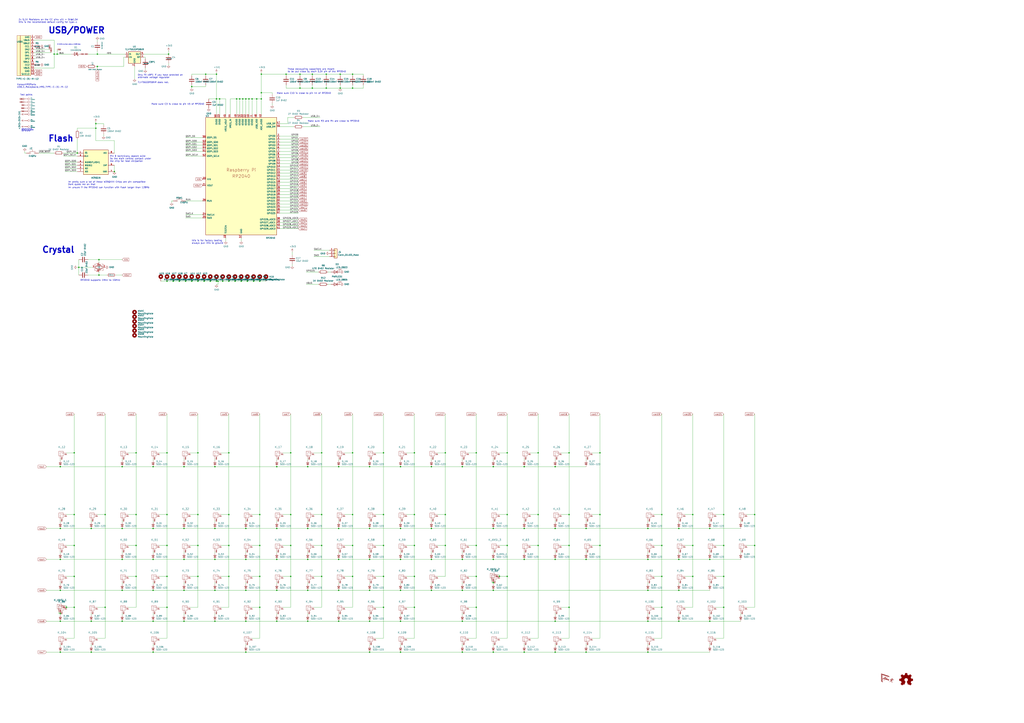
<source format=kicad_sch>
(kicad_sch (version 20211123) (generator eeschema)
  (paper "A1")
  (junction (at 328.93 459.74))
  (junction (at 467.36 372.11))
  (junction (at 594.36 473.71))
  (junction (at 328.93 383.54))
  (junction (at 227.33 485.14))
  (junction (at 416.56 473.71))
  (junction (at 125.73 485.14))
  (junction (at 196.85 81.28))
  (junction (at 391.16 473.71))
  (junction (at 234.95 60.96))
  (junction (at 168.91 60.96))
  (junction (at 162.56 473.71))
  (junction (at 176.53 383.54))
  (junction (at 568.96 422.91))
  (junction (at 125.73 383.54))
  (junction (at 238.76 473.71))
  (junction (at 167.64 231.14))
  (junction (at 214.63 60.96))
  (junction (at 201.93 510.54))
  (junction (at 303.53 510.54))
  (junction (at 201.93 434.34))
  (junction (at 543.56 499.11))
  (junction (at 303.53 459.74))
  (junction (at 177.8 81.28))
  (junction (at 289.56 372.11))
  (junction (at 60.96 473.71))
  (junction (at 49.53 434.34))
  (junction (at 328.93 485.14))
  (junction (at 213.36 448.31))
  (junction (at 557.53 510.54))
  (junction (at 81.28 226.06))
  (junction (at 328.93 535.94))
  (junction (at 354.33 485.14))
  (junction (at 340.36 422.91))
  (junction (at 557.53 459.74))
  (junction (at 379.73 459.74))
  (junction (at 176.53 434.34))
  (junction (at 455.93 459.74))
  (junction (at 93.98 140.97))
  (junction (at 365.76 422.91))
  (junction (at 179.07 231.14))
  (junction (at 213.36 499.11))
  (junction (at 100.33 510.54))
  (junction (at 201.93 81.28))
  (junction (at 203.2 231.14))
  (junction (at 187.96 372.11))
  (junction (at 289.56 72.39))
  (junction (at 177.8 60.96))
  (junction (at 60.96 499.11))
  (junction (at 213.36 422.91))
  (junction (at 619.76 422.91))
  (junction (at 49.53 485.14))
  (junction (at 455.93 434.34))
  (junction (at 137.16 372.11))
  (junction (at 430.53 459.74))
  (junction (at 78.74 101.6))
  (junction (at 162.56 231.14))
  (junction (at 314.96 473.71))
  (junction (at 125.73 535.94))
  (junction (at 152.4 231.14))
  (junction (at 194.31 81.28))
  (junction (at 340.36 448.31))
  (junction (at 354.33 383.54))
  (junction (at 213.36 231.14))
  (junction (at 594.36 448.31))
  (junction (at 532.13 459.74))
  (junction (at 532.13 535.94))
  (junction (at 151.13 510.54))
  (junction (at 314.96 499.11))
  (junction (at 137.16 473.71))
  (junction (at 151.13 434.34))
  (junction (at 467.36 499.11))
  (junction (at 354.33 434.34))
  (junction (at 162.56 372.11))
  (junction (at 227.33 434.34))
  (junction (at 557.53 485.14))
  (junction (at 214.63 76.2))
  (junction (at 416.56 422.91))
  (junction (at 246.38 72.39))
  (junction (at 455.93 383.54))
  (junction (at 619.76 448.31))
  (junction (at 201.93 535.94))
  (junction (at 405.13 478.79))
  (junction (at 142.24 231.14))
  (junction (at 568.96 473.71))
  (junction (at 582.93 459.74))
  (junction (at 582.93 510.54))
  (junction (at 182.88 231.14))
  (junction (at 467.36 422.91))
  (junction (at 180.34 81.28))
  (junction (at 492.76 422.91))
  (junction (at 582.93 434.34))
  (junction (at 60.96 372.11))
  (junction (at 214.63 81.28))
  (junction (at 63.5 125.73))
  (junction (at 267.97 60.96))
  (junction (at 303.53 383.54))
  (junction (at 201.93 485.14))
  (junction (at 100.33 383.54))
  (junction (at 46.99 44.45))
  (junction (at 416.56 372.11))
  (junction (at 405.13 459.74))
  (junction (at 405.13 485.14))
  (junction (at 176.53 485.14))
  (junction (at 49.53 383.54))
  (junction (at 303.53 434.34))
  (junction (at 289.56 473.71))
  (junction (at 278.13 485.14))
  (junction (at 594.36 499.11))
  (junction (at 49.53 510.54))
  (junction (at 138.43 44.45))
  (junction (at 441.96 422.91))
  (junction (at 314.96 372.11))
  (junction (at 328.93 434.34))
  (junction (at 81.28 213.36))
  (junction (at 264.16 372.11))
  (junction (at 187.96 448.31))
  (junction (at 74.93 535.94))
  (junction (at 151.13 459.74))
  (junction (at 199.39 81.28))
  (junction (at 49.53 459.74))
  (junction (at 238.76 422.91))
  (junction (at 430.53 535.94))
  (junction (at 125.73 434.34))
  (junction (at 207.01 81.28))
  (junction (at 111.76 422.91))
  (junction (at 176.53 510.54))
  (junction (at 391.16 499.11))
  (junction (at 543.56 422.91))
  (junction (at 354.33 459.74))
  (junction (at 213.36 473.71))
  (junction (at 177.8 231.14))
  (junction (at 151.13 485.14))
  (junction (at 187.96 422.91))
  (junction (at 264.16 473.71))
  (junction (at 289.56 60.96))
  (junction (at 176.53 459.74))
  (junction (at 204.47 81.28))
  (junction (at 328.93 510.54))
  (junction (at 278.13 383.54))
  (junction (at 86.36 422.91))
  (junction (at 532.13 510.54))
  (junction (at 252.73 434.34))
  (junction (at 492.76 448.31))
  (junction (at 54.61 499.11))
  (junction (at 568.96 448.31))
  (junction (at 86.36 499.11))
  (junction (at 238.76 448.31))
  (junction (at 314.96 448.31))
  (junction (at 430.53 383.54))
  (junction (at 125.73 510.54))
  (junction (at 365.76 448.31))
  (junction (at 162.56 422.91))
  (junction (at 303.53 535.94))
  (junction (at 455.93 510.54))
  (junction (at 246.38 60.96))
  (junction (at 543.56 473.71))
  (junction (at 137.16 499.11))
  (junction (at 137.16 422.91))
  (junction (at 289.56 422.91))
  (junction (at 227.33 383.54))
  (junction (at 314.96 422.91))
  (junction (at 252.73 383.54))
  (junction (at 391.16 372.11))
  (junction (at 187.96 231.14))
  (junction (at 405.13 383.54))
  (junction (at 162.56 448.31))
  (junction (at 467.36 448.31))
  (junction (at 137.16 231.14))
  (junction (at 289.56 448.31))
  (junction (at 340.36 499.11))
  (junction (at 111.76 473.71))
  (junction (at 492.76 372.11))
  (junction (at 44.45 44.45))
  (junction (at 391.16 448.31))
  (junction (at 279.4 72.39))
  (junction (at 278.13 459.74))
  (junction (at 147.32 231.14))
  (junction (at 379.73 485.14))
  (junction (at 49.53 504.19))
  (junction (at 405.13 535.94))
  (junction (at 256.54 60.96))
  (junction (at 340.36 372.11))
  (junction (at 532.13 485.14))
  (junction (at 74.93 434.34))
  (junction (at 100.33 459.74))
  (junction (at 100.33 485.14))
  (junction (at 481.33 459.74))
  (junction (at 238.76 372.11))
  (junction (at 481.33 535.94))
  (junction (at 278.13 510.54))
  (junction (at 227.33 459.74))
  (junction (at 151.13 383.54))
  (junction (at 264.16 422.91))
  (junction (at 227.33 510.54))
  (junction (at 264.16 448.31))
  (junction (at 594.36 422.91))
  (junction (at 125.73 459.74))
  (junction (at 80.01 44.45))
  (junction (at 201.93 459.74))
  (junction (at 441.96 448.31))
  (junction (at 210.82 81.28))
  (junction (at 441.96 372.11))
  (junction (at 410.21 473.71))
  (junction (at 198.12 231.14))
  (junction (at 278.13 434.34))
  (junction (at 157.48 231.14))
  (junction (at 193.04 231.14))
  (junction (at 111.76 448.31))
  (junction (at 365.76 372.11))
  (junction (at 557.53 434.34))
  (junction (at 405.13 434.34))
  (junction (at 187.96 473.71))
  (junction (at 252.73 510.54))
  (junction (at 172.72 231.14))
  (junction (at 111.76 372.11))
  (junction (at 49.53 535.94))
  (junction (at 340.36 473.71))
  (junction (at 416.56 448.31))
  (junction (at 60.96 422.91))
  (junction (at 532.13 434.34))
  (junction (at 481.33 434.34))
  (junction (at 430.53 434.34))
  (junction (at 379.73 535.94))
  (junction (at 303.53 485.14))
  (junction (at 252.73 459.74))
  (junction (at 80.01 54.61))
  (junction (at 157.48 71.12))
  (junction (at 100.33 434.34))
  (junction (at 64.77 219.71))
  (junction (at 256.54 72.39))
  (junction (at 279.4 60.96))
  (junction (at 208.28 231.14))
  (junction (at 543.56 448.31))
  (junction (at 137.16 448.31))
  (junction (at 60.96 448.31))
  (junction (at 267.97 72.39))
  (junction (at 252.73 485.14))
  (junction (at 455.93 535.94))
  (junction (at 379.73 510.54))
  (junction (at 379.73 383.54))
  (junction (at 74.93 510.54))
  (junction (at 78.74 105.41))
  (wire (pts (xy 185.42 93.98) (xy 185.42 81.28)))
  (wire (pts (xy 264.16 448.31) (xy 264.16 422.91)))
  (wire (pts (xy 557.53 434.34) (xy 582.93 434.34)))
  (wire (pts (xy 486.41 422.91) (xy 492.76 422.91)))
  (wire (pts (xy 176.53 510.54) (xy 201.93 510.54)))
  (wire (pts (xy 179.07 231.14) (xy 179.07 233.68)))
  (wire (pts (xy 588.01 499.11) (xy 594.36 499.11)))
  (wire (pts (xy 461.01 448.31) (xy 467.36 448.31)))
  (wire (pts (xy 557.53 510.54) (xy 582.93 510.54)))
  (wire (pts (xy 303.53 427.99) (xy 303.53 429.26)))
  (wire (pts (xy 93.98 140.97) (xy 93.98 135.89)))
  (wire (pts (xy 63.5 114.3) (xy 63.5 125.73)))
  (wire (pts (xy 416.56 372.11) (xy 416.56 340.36)))
  (wire (pts (xy 80.01 54.61) (xy 80.01 57.15)))
  (wire (pts (xy 176.53 453.39) (xy 176.53 454.66)))
  (wire (pts (xy 151.13 434.34) (xy 176.53 434.34)))
  (wire (pts (xy 229.87 157.48) (xy 245.11 157.48)))
  (wire (pts (xy 328.93 459.74) (xy 354.33 459.74)))
  (wire (pts (xy 234.95 72.39) (xy 246.38 72.39)))
  (wire (pts (xy 379.73 459.74) (xy 405.13 459.74)))
  (wire (pts (xy 80.01 422.91) (xy 86.36 422.91)))
  (wire (pts (xy 232.41 499.11) (xy 238.76 499.11)))
  (wire (pts (xy 252.73 453.39) (xy 252.73 454.66)))
  (wire (pts (xy 410.21 448.31) (xy 416.56 448.31)))
  (wire (pts (xy 201.93 427.99) (xy 201.93 429.26)))
  (wire (pts (xy 492.76 372.11) (xy 492.76 422.91)))
  (wire (pts (xy 49.53 504.19) (xy 49.53 505.46)))
  (wire (pts (xy 481.33 427.99) (xy 481.33 429.26)))
  (wire (pts (xy 207.01 499.11) (xy 213.36 499.11)))
  (wire (pts (xy 63.5 138.43) (xy 53.34 138.43)))
  (wire (pts (xy 238.76 372.11) (xy 238.76 422.91)))
  (wire (pts (xy 232.41 448.31) (xy 238.76 448.31)))
  (wire (pts (xy 207.01 524.51) (xy 213.36 524.51)))
  (wire (pts (xy 49.53 529.59) (xy 49.53 530.86)))
  (wire (pts (xy 38.1 434.34) (xy 49.53 434.34)))
  (wire (pts (xy 303.53 529.59) (xy 303.53 530.86)))
  (wire (pts (xy 137.16 499.11) (xy 137.16 473.71)))
  (wire (pts (xy 379.73 383.54) (xy 405.13 383.54)))
  (wire (pts (xy 278.13 383.54) (xy 303.53 383.54)))
  (wire (pts (xy 430.53 427.99) (xy 430.53 429.26)))
  (wire (pts (xy 379.73 529.59) (xy 379.73 530.86)))
  (wire (pts (xy 152.4 165.1) (xy 166.37 165.1)))
  (wire (pts (xy 557.53 453.39) (xy 557.53 454.66)))
  (wire (pts (xy 467.36 340.36) (xy 467.36 372.11)))
  (wire (pts (xy 229.87 175.26) (xy 245.11 175.26)))
  (wire (pts (xy 289.56 499.11) (xy 289.56 473.71)))
  (wire (pts (xy 181.61 473.71) (xy 187.96 473.71)))
  (wire (pts (xy 81.28 213.36) (xy 100.33 213.36)))
  (wire (pts (xy 340.36 448.31) (xy 340.36 422.91)))
  (wire (pts (xy 125.73 427.99) (xy 125.73 429.26)))
  (wire (pts (xy 537.21 499.11) (xy 543.56 499.11)))
  (wire (pts (xy 119.38 46.99) (xy 118.11 46.99)))
  (wire (pts (xy 49.53 535.94) (xy 74.93 535.94)))
  (wire (pts (xy 125.73 377.19) (xy 125.73 378.46)))
  (wire (pts (xy 229.87 134.62) (xy 245.11 134.62)))
  (wire (pts (xy 264.16 499.11) (xy 264.16 473.71)))
  (wire (pts (xy 455.93 434.34) (xy 481.33 434.34)))
  (wire (pts (xy 613.41 499.11) (xy 619.76 499.11)))
  (wire (pts (xy 118.11 44.45) (xy 138.43 44.45)))
  (wire (pts (xy 38.1 485.14) (xy 49.53 485.14)))
  (wire (pts (xy 354.33 453.39) (xy 354.33 454.66)))
  (wire (pts (xy 111.76 473.71) (xy 111.76 448.31)))
  (wire (pts (xy 52.07 125.73) (xy 63.5 125.73)))
  (wire (pts (xy 229.87 121.92) (xy 245.11 121.92)))
  (wire (pts (xy 543.56 422.91) (xy 543.56 448.31)))
  (wire (pts (xy 328.93 434.34) (xy 354.33 434.34)))
  (wire (pts (xy 74.93 504.19) (xy 74.93 505.46)))
  (wire (pts (xy 196.85 93.98) (xy 196.85 81.28)))
  (wire (pts (xy 334.01 448.31) (xy 340.36 448.31)))
  (wire (pts (xy 85.09 101.6) (xy 78.74 101.6)))
  (wire (pts (xy 100.33 434.34) (xy 125.73 434.34)))
  (wire (pts (xy 251.46 233.68) (xy 261.62 233.68)))
  (wire (pts (xy 229.87 127) (xy 245.11 127)))
  (wire (pts (xy 100.33 427.99) (xy 100.33 429.26)))
  (wire (pts (xy 63.5 106.68) (xy 63.5 105.41)))
  (wire (pts (xy 208.28 231.14) (xy 203.2 231.14)))
  (wire (pts (xy 278.13 427.99) (xy 278.13 429.26)))
  (wire (pts (xy 168.91 62.23) (xy 168.91 60.96)))
  (wire (pts (xy 101.6 46.99) (xy 102.87 46.99)))
  (wire (pts (xy 100.33 504.19) (xy 100.33 505.46)))
  (wire (pts (xy 403.86 477.52) (xy 403.86 478.79)))
  (wire (pts (xy 60.96 499.11) (xy 60.96 473.71)))
  (wire (pts (xy 289.56 69.85) (xy 289.56 72.39)))
  (wire (pts (xy 238.76 499.11) (xy 238.76 473.71)))
  (wire (pts (xy 582.93 529.59) (xy 582.93 530.86)))
  (wire (pts (xy 328.93 535.94) (xy 379.73 535.94)))
  (wire (pts (xy 532.13 535.94) (xy 582.93 535.94)))
  (wire (pts (xy 354.33 459.74) (xy 379.73 459.74)))
  (wire (pts (xy 207.01 473.71) (xy 213.36 473.71)))
  (wire (pts (xy 264.16 340.36) (xy 264.16 372.11)))
  (wire (pts (xy 252.73 434.34) (xy 278.13 434.34)))
  (wire (pts (xy 119.38 48.26) (xy 119.38 46.99)))
  (wire (pts (xy 289.56 72.39) (xy 279.4 72.39)))
  (wire (pts (xy 619.76 499.11) (xy 619.76 448.31)))
  (wire (pts (xy 80.01 54.61) (xy 101.6 54.61)))
  (wire (pts (xy 227.33 434.34) (xy 252.73 434.34)))
  (wire (pts (xy 147.32 231.14) (xy 152.4 231.14)))
  (wire (pts (xy 151.13 453.39) (xy 151.13 454.66)))
  (wire (pts (xy 269.24 223.52) (xy 271.78 223.52)))
  (wire (pts (xy 54.61 372.11) (xy 60.96 372.11)))
  (wire (pts (xy 130.81 524.51) (xy 137.16 524.51)))
  (wire (pts (xy 100.33 510.54) (xy 125.73 510.54)))
  (wire (pts (xy 151.13 478.79) (xy 151.13 480.06)))
  (wire (pts (xy 461.01 422.91) (xy 467.36 422.91)))
  (wire (pts (xy 199.39 93.98) (xy 199.39 81.28)))
  (wire (pts (xy 194.31 81.28) (xy 196.85 81.28)))
  (wire (pts (xy 267.97 69.85) (xy 267.97 72.39)))
  (wire (pts (xy 430.53 535.94) (xy 455.93 535.94)))
  (wire (pts (xy 278.13 485.14) (xy 303.53 485.14)))
  (wire (pts (xy 223.52 85.09) (xy 223.52 86.36)))
  (wire (pts (xy 246.38 62.23) (xy 246.38 60.96)))
  (wire (pts (xy 201.93 459.74) (xy 227.33 459.74)))
  (wire (pts (xy 60.96 448.31) (xy 60.96 422.91)))
  (wire (pts (xy 80.01 41.91) (xy 80.01 44.45)))
  (wire (pts (xy 229.87 104.14) (xy 241.3 104.14)))
  (wire (pts (xy 303.53 383.54) (xy 328.93 383.54)))
  (wire (pts (xy 613.41 448.31) (xy 619.76 448.31)))
  (wire (pts (xy 125.73 453.39) (xy 125.73 454.66)))
  (wire (pts (xy 54.61 448.31) (xy 60.96 448.31)))
  (wire (pts (xy 405.13 485.14) (xy 532.13 485.14)))
  (wire (pts (xy 619.76 340.36) (xy 619.76 422.91)))
  (wire (pts (xy 229.87 114.3) (xy 245.11 114.3)))
  (wire (pts (xy 125.73 529.59) (xy 125.73 530.86)))
  (wire (pts (xy 54.61 497.84) (xy 54.61 499.11)))
  (wire (pts (xy 229.87 167.64) (xy 245.11 167.64)))
  (wire (pts (xy 152.4 121.92) (xy 166.37 121.92)))
  (wire (pts (xy 384.81 499.11) (xy 391.16 499.11)))
  (wire (pts (xy 283.21 473.71) (xy 289.56 473.71)))
  (wire (pts (xy 269.24 233.68) (xy 271.78 233.68)))
  (wire (pts (xy 44.45 125.73) (xy 31.75 125.73)))
  (wire (pts (xy 248.92 104.14) (xy 262.89 104.14)))
  (wire (pts (xy 261.62 223.52) (xy 251.46 223.52)))
  (wire (pts (xy 87.63 226.06) (xy 81.28 226.06)))
  (wire (pts (xy 229.87 185.42) (xy 245.11 185.42)))
  (wire (pts (xy 562.61 473.71) (xy 568.96 473.71)))
  (wire (pts (xy 196.85 81.28) (xy 199.39 81.28)))
  (wire (pts (xy 582.93 453.39) (xy 582.93 454.66)))
  (wire (pts (xy 298.45 69.85) (xy 298.45 72.39)))
  (wire (pts (xy 130.81 499.11) (xy 137.16 499.11)))
  (wire (pts (xy 210.82 81.28) (xy 214.63 81.28)))
  (wire (pts (xy 78.74 54.61) (xy 80.01 54.61)))
  (wire (pts (xy 289.56 60.96) (xy 289.56 62.23)))
  (wire (pts (xy 213.36 340.36) (xy 213.36 422.91)))
  (wire (pts (xy 492.76 448.31) (xy 492.76 422.91)))
  (wire (pts (xy 60.96 473.71) (xy 60.96 448.31)))
  (wire (pts (xy 64.77 219.71) (xy 64.77 213.36)))
  (wire (pts (xy 279.4 62.23) (xy 279.4 60.96)))
  (wire (pts (xy 201.93 535.94) (xy 303.53 535.94)))
  (wire (pts (xy 303.53 510.54) (xy 328.93 510.54)))
  (wire (pts (xy 38.1 459.74) (xy 49.53 459.74)))
  (wire (pts (xy 86.36 422.91) (xy 86.36 499.11)))
  (wire (pts (xy 486.41 524.51) (xy 492.76 524.51)))
  (wire (pts (xy 229.87 119.38) (xy 245.11 119.38)))
  (wire (pts (xy 328.93 377.19) (xy 328.93 378.46)))
  (wire (pts (xy 405.13 529.59) (xy 405.13 530.86)))
  (wire (pts (xy 340.36 499.11) (xy 340.36 473.71)))
  (wire (pts (xy 227.33 383.54) (xy 252.73 383.54)))
  (wire (pts (xy 152.4 231.14) (xy 157.48 231.14)))
  (wire (pts (xy 201.93 453.39) (xy 201.93 454.66)))
  (wire (pts (xy 194.31 93.98) (xy 194.31 81.28)))
  (wire (pts (xy 455.93 504.19) (xy 455.93 505.46)))
  (wire (pts (xy 532.13 478.79) (xy 532.13 480.06)))
  (wire (pts (xy 130.81 473.71) (xy 137.16 473.71)))
  (wire (pts (xy 137.16 231.14) (xy 142.24 231.14)))
  (wire (pts (xy 283.21 422.91) (xy 289.56 422.91)))
  (wire (pts (xy 27.94 45.72) (xy 29.21 45.72)))
  (wire (pts (xy 568.96 473.71) (xy 568.96 448.31)))
  (wire (pts (xy 252.73 459.74) (xy 278.13 459.74)))
  (wire (pts (xy 166.37 128.27) (xy 152.4 128.27)))
  (wire (pts (xy 430.53 453.39) (xy 430.53 454.66)))
  (wire (pts (xy 198.12 195.58) (xy 198.12 198.12)))
  (wire (pts (xy 180.34 93.98) (xy 180.34 81.28)))
  (wire (pts (xy 177.8 231.14) (xy 179.07 231.14)))
  (wire (pts (xy 53.34 135.89) (xy 63.5 135.89)))
  (wire (pts (xy 27.94 43.18) (xy 41.91 43.18)))
  (wire (pts (xy 334.01 473.71) (xy 340.36 473.71)))
  (wire (pts (xy 201.93 478.79) (xy 201.93 480.06)))
  (wire (pts (xy 334.01 422.91) (xy 340.36 422.91)))
  (wire (pts (xy 328.93 427.99) (xy 328.93 429.26)))
  (wire (pts (xy 408.94 472.44) (xy 410.21 472.44)))
  (wire (pts (xy 543.56 499.11) (xy 543.56 473.71)))
  (wire (pts (xy 46.99 44.45) (xy 58.42 44.45)))
  (wire (pts (xy 49.53 434.34) (xy 74.93 434.34)))
  (wire (pts (xy 229.87 116.84) (xy 245.11 116.84)))
  (wire (pts (xy 532.13 434.34) (xy 557.53 434.34)))
  (wire (pts (xy 213.36 499.11) (xy 213.36 473.71)))
  (wire (pts (xy 54.61 473.71) (xy 60.96 473.71)))
  (wire (pts (xy 187.96 231.14) (xy 182.88 231.14)))
  (wire (pts (xy 354.33 377.19) (xy 354.33 378.46)))
  (wire (pts (xy 207.01 81.28) (xy 210.82 81.28)))
  (wire (pts (xy 130.81 422.91) (xy 137.16 422.91)))
  (wire (pts (xy 594.36 524.51) (xy 594.36 499.11)))
  (wire (pts (xy 176.53 459.74) (xy 201.93 459.74)))
  (wire (pts (xy 416.56 473.71) (xy 416.56 448.31)))
  (wire (pts (xy 229.87 165.1) (xy 245.11 165.1)))
  (wire (pts (xy 157.48 62.23) (xy 157.48 60.96)))
  (wire (pts (xy 100.33 383.54) (xy 125.73 383.54)))
  (wire (pts (xy 246.38 60.96) (xy 256.54 60.96)))
  (wire (pts (xy 193.04 231.14) (xy 187.96 231.14)))
  (wire (pts (xy 152.4 119.38) (xy 166.37 119.38)))
  (wire (pts (xy 236.22 96.52) (xy 241.3 96.52)))
  (wire (pts (xy 467.36 499.11) (xy 467.36 448.31)))
  (wire (pts (xy 162.56 473.71) (xy 162.56 448.31)))
  (wire (pts (xy 64.77 219.71) (xy 63.5 219.71)))
  (wire (pts (xy 54.61 524.51) (xy 60.96 524.51)))
  (wire (pts (xy 532.13 485.14) (xy 557.53 485.14)))
  (wire (pts (xy 81.28 226.06) (xy 72.39 226.06)))
  (wire (pts (xy 166.37 179.07) (xy 152.4 179.07)))
  (wire (pts (xy 568.96 340.36) (xy 568.96 422.91)))
  (wire (pts (xy 137.16 524.51) (xy 137.16 499.11)))
  (wire (pts (xy 85.09 102.87) (xy 85.09 101.6)))
  (wire (pts (xy 229.87 111.76) (xy 245.11 111.76)))
  (wire (pts (xy 303.53 478.79) (xy 303.53 480.06)))
  (wire (pts (xy 365.76 448.31) (xy 365.76 422.91)))
  (wire (pts (xy 328.93 510.54) (xy 379.73 510.54)))
  (wire (pts (xy 229.87 182.88) (xy 245.11 182.88)))
  (wire (pts (xy 289.56 60.96) (xy 298.45 60.96)))
  (wire (pts (xy 201.93 485.14) (xy 227.33 485.14)))
  (wire (pts (xy 229.87 162.56) (xy 245.11 162.56)))
  (wire (pts (xy 140.97 165.1) (xy 140.97 166.37)))
  (wire (pts (xy 201.93 504.19) (xy 201.93 505.46)))
  (wire (pts (xy 86.36 524.51) (xy 86.36 499.11)))
  (wire (pts (xy 543.56 524.51) (xy 543.56 499.11)))
  (wire (pts (xy 181.61 422.91) (xy 187.96 422.91)))
  (wire (pts (xy 279.4 60.96) (xy 289.56 60.96)))
  (wire (pts (xy 27.94 48.26) (xy 29.21 48.26)))
  (wire (pts (xy 391.16 372.11) (xy 391.16 448.31)))
  (wire (pts (xy 229.87 142.24) (xy 245.11 142.24)))
  (wire (pts (xy 608.33 427.99) (xy 608.33 429.26)))
  (wire (pts (xy 340.36 372.11) (xy 340.36 340.36)))
  (wire (pts (xy 365.76 473.71) (xy 365.76 448.31)))
  (wire (pts (xy 227.33 453.39) (xy 227.33 454.66)))
  (wire (pts (xy 152.4 124.46) (xy 166.37 124.46)))
  (wire (pts (xy 218.44 231.14) (xy 213.36 231.14)))
  (wire (pts (xy 340.36 473.71) (xy 340.36 448.31)))
  (wire (pts (xy 308.61 372.11) (xy 314.96 372.11)))
  (wire (pts (xy 198.12 231.14) (xy 193.04 231.14)))
  (wire (pts (xy 227.33 459.74) (xy 252.73 459.74)))
  (wire (pts (xy 100.33 478.79) (xy 100.33 480.06)))
  (wire (pts (xy 481.33 453.39) (xy 481.33 454.66)))
  (wire (pts (xy 557.53 427.99) (xy 557.53 429.26)))
  (wire (pts (xy 111.76 372.11) (xy 111.76 340.36)))
  (wire (pts (xy 151.13 510.54) (xy 176.53 510.54)))
  (wire (pts (xy 201.93 93.98) (xy 201.93 81.28)))
  (wire (pts (xy 416.56 372.11) (xy 416.56 422.91)))
  (wire (pts (xy 172.72 231.14) (xy 167.64 231.14)))
  (wire (pts (xy 588.01 473.71) (xy 594.36 473.71)))
  (wire (pts (xy 214.63 76.2) (xy 214.63 81.28)))
  (wire (pts (xy 151.13 427.99) (xy 151.13 429.26)))
  (wire (pts (xy 187.96 372.11) (xy 187.96 422.91)))
  (wire (pts (xy 140.97 165.1) (xy 142.24 165.1)))
  (wire (pts (xy 227.33 427.99) (xy 227.33 429.26)))
  (wire (pts (xy 156.21 499.11) (xy 162.56 499.11)))
  (wire (pts (xy 256.54 60.96) (xy 267.97 60.96)))
  (wire (pts (xy 179.07 233.68) (xy 177.8 233.68)))
  (wire (pts (xy 492.76 524.51) (xy 492.76 448.31)))
  (wire (pts (xy 391.16 524.51) (xy 391.16 499.11)))
  (wire (pts (xy 557.53 504.19) (xy 557.53 505.46)))
  (wire (pts (xy 48.26 502.92) (xy 48.26 504.19)))
  (wire (pts (xy 49.53 453.39) (xy 49.53 454.66)))
  (wire (pts (xy 537.21 422.91) (xy 543.56 422.91)))
  (wire (pts (xy 441.96 448.31) (xy 441.96 422.91)))
  (wire (pts (xy 486.41 448.31) (xy 492.76 448.31)))
  (wire (pts (xy 441.96 372.11) (xy 441.96 422.91)))
  (wire (pts (xy 185.42 195.58) (xy 185.42 198.12)))
  (wire (pts (xy 619.76 422.91) (xy 619.76 448.31)))
  (wire (pts (xy 93.98 125.73) (xy 93.98 115.57)))
  (wire (pts (xy 213.36 422.91) (xy 213.36 448.31)))
  (wire (pts (xy 283.21 499.11) (xy 289.56 499.11)))
  (wire (pts (xy 410.21 422.91) (xy 416.56 422.91)))
  (wire (pts (xy 455.93 535.94) (xy 481.33 535.94)))
  (wire (pts (xy 328.93 383.54) (xy 354.33 383.54)))
  (wire (pts (xy 257.81 499.11) (xy 264.16 499.11)))
  (wire (pts (xy 270.51 205.74) (xy 257.81 205.74)))
  (wire (pts (xy 213.36 231.14) (xy 208.28 231.14)))
  (wire (pts (xy 328.93 485.14) (xy 354.33 485.14)))
  (wire (pts (xy 246.38 72.39) (xy 256.54 72.39)))
  (wire (pts (xy 267.97 72.39) (xy 256.54 72.39)))
  (wire (pts (xy 410.21 524.51) (xy 416.56 524.51)))
  (wire (pts (xy 38.1 510.54) (xy 49.53 510.54)))
  (wire (pts (xy 137.16 473.71) (xy 137.16 448.31)))
  (wire (pts (xy 181.61 448.31) (xy 187.96 448.31)))
  (wire (pts (xy 105.41 473.71) (xy 111.76 473.71)))
  (wire (pts (xy 252.73 485.14) (xy 278.13 485.14)))
  (wire (pts (xy 391.16 372.11) (xy 391.16 340.36)))
  (wire (pts (xy 20.32 125.73) (xy 20.32 124.46)))
  (wire (pts (xy 303.53 459.74) (xy 328.93 459.74)))
  (wire (pts (xy 405.13 478.79) (xy 405.13 480.06)))
  (wire (pts (xy 543.56 473.71) (xy 543.56 448.31)))
  (wire (pts (xy 176.53 485.14) (xy 201.93 485.14)))
  (wire (pts (xy 562.61 422.91) (xy 568.96 422.91)))
  (wire (pts (xy 162.56 448.31) (xy 162.56 422.91)))
  (wire (pts (xy 54.61 499.11) (xy 60.96 499.11)))
  (wire (pts (xy 80.01 499.11) (xy 86.36 499.11)))
  (wire (pts (xy 74.93 434.34) (xy 100.33 434.34)))
  (wire (pts (xy 74.93 535.94) (xy 125.73 535.94)))
  (wire (pts (xy 176.53 427.99) (xy 176.53 429.26)))
  (wire (pts (xy 430.53 377.19) (xy 430.53 378.46)))
  (wire (pts (xy 334.01 524.51) (xy 340.36 524.51)))
  (wire (pts (xy 151.13 377.19) (xy 151.13 378.46)))
  (wire (pts (xy 213.36 524.51) (xy 213.36 499.11)))
  (wire (pts (xy 64.77 219.71) (xy 76.2 219.71)))
  (wire (pts (xy 162.56 372.11) (xy 162.56 340.36)))
  (wire (pts (xy 481.33 434.34) (xy 532.13 434.34)))
  (wire (pts (xy 229.87 149.86) (xy 245.11 149.86)))
  (wire (pts (xy 177.8 81.28) (xy 177.8 93.98)))
  (wire (pts (xy 252.73 504.19) (xy 252.73 505.46)))
  (wire (pts (xy 562.61 499.11) (xy 568.96 499.11)))
  (wire (pts (xy 229.87 180.34) (xy 245.11 180.34)))
  (wire (pts (xy 168.91 71.12) (xy 168.91 69.85)))
  (wire (pts (xy 100.33 453.39) (xy 100.33 454.66)))
  (wire (pts (xy 85.09 110.49) (xy 85.09 111.76)))
  (wire (pts (xy 562.61 448.31) (xy 568.96 448.31)))
  (wire (pts (xy 405.13 434.34) (xy 430.53 434.34)))
  (wire (pts (xy 410.21 472.44) (xy 410.21 473.71)))
  (wire (pts (xy 238.76 473.71) (xy 238.76 448.31)))
  (wire (pts (xy 328.93 504.19) (xy 328.93 505.46)))
  (wire (pts (xy 214.63 60.96) (xy 234.95 60.96)))
  (wire (pts (xy 204.47 81.28) (xy 207.01 81.28)))
  (wire (pts (xy 236.22 96.52) (xy 236.22 101.6)))
  (wire (pts (xy 151.13 485.14) (xy 176.53 485.14)))
  (wire (pts (xy 334.01 499.11) (xy 340.36 499.11)))
  (wire (pts (xy 257.81 448.31) (xy 264.16 448.31)))
  (wire (pts (xy 379.73 510.54) (xy 455.93 510.54)))
  (wire (pts (xy 359.41 473.71) (xy 365.76 473.71)))
  (wire (pts (xy 238.76 372.11) (xy 238.76 340.36)))
  (wire (pts (xy 156.21 448.31) (xy 162.56 448.31)))
  (wire (pts (xy 481.33 459.74) (xy 532.13 459.74)))
  (wire (pts (xy 608.33 504.19) (xy 608.33 505.46)))
  (wire (pts (xy 137.16 340.36) (xy 137.16 372.11)))
  (wire (pts (xy 189.23 81.28) (xy 194.31 81.28)))
  (wire (pts (xy 314.96 372.11) (xy 314.96 422.91)))
  (wire (pts (xy 63.5 133.35) (xy 53.34 133.35)))
  (wire (pts (xy 455.93 459.74) (xy 481.33 459.74)))
  (wire (pts (xy 441.96 340.36) (xy 441.96 372.11)))
  (wire (pts (xy 314.96 372.11) (xy 314.96 340.36)))
  (wire (pts (xy 234.95 60.96) (xy 246.38 60.96)))
  (wire (pts (xy 308.61 499.11) (xy 314.96 499.11)))
  (wire (pts (xy 181.61 499.11) (xy 187.96 499.11)))
  (wire (pts (xy 142.24 231.14) (xy 147.32 231.14)))
  (wire (pts (xy 49.53 427.99) (xy 49.53 429.26)))
  (wire (pts (xy 227.33 377.19) (xy 227.33 378.46)))
  (wire (pts (xy 78.74 115.57) (xy 93.98 115.57)))
  (wire (pts (xy 354.33 434.34) (xy 405.13 434.34)))
  (wire (pts (xy 379.73 453.39) (xy 379.73 454.66)))
  (wire (pts (xy 229.87 160.02) (xy 245.11 160.02)))
  (wire (pts (xy 532.13 529.59) (xy 532.13 530.86)))
  (wire (pts (xy 44.45 33.02) (xy 44.45 44.45)))
  (wire (pts (xy 63.5 140.97) (xy 53.34 140.97)))
  (wire (pts (xy 582.93 478.79) (xy 582.93 480.06)))
  (wire (pts (xy 105.41 499.11) (xy 111.76 499.11)))
  (wire (pts (xy 257.81 210.82) (xy 270.51 210.82)))
  (wire (pts (xy 303.53 453.39) (xy 303.53 454.66)))
  (wire (pts (xy 455.93 453.39) (xy 455.93 454.66)))
  (wire (pts (xy 229.87 172.72) (xy 245.11 172.72)))
  (wire (pts (xy 467.36 372.11) (xy 467.36 422.91)))
  (wire (pts (xy 214.63 76.2) (xy 223.52 76.2)))
  (wire (pts (xy 213.36 473.71) (xy 213.36 448.31)))
  (wire (pts (xy 543.56 340.36) (xy 543.56 422.91)))
  (wire (pts (xy 568.96 499.11) (xy 568.96 473.71)))
  (wire (pts (xy 81.28 215.9) (xy 81.28 213.36)))
  (wire (pts (xy 289.56 372.11) (xy 289.56 422.91)))
  (wire (pts (xy 49.53 485.14) (xy 100.33 485.14)))
  (wire (pts (xy 334.01 372.11) (xy 340.36 372.11)))
  (wire (pts (xy 125.73 535.94) (xy 201.93 535.94)))
  (wire (pts (xy 229.87 139.7) (xy 245.11 139.7)))
  (wire (pts (xy 125.73 459.74) (xy 151.13 459.74)))
  (wire (pts (xy 201.93 510.54) (xy 227.33 510.54)))
  (wire (pts (xy 138.43 52.07) (xy 138.43 53.34)))
  (wire (pts (xy 532.13 510.54) (xy 557.53 510.54)))
  (wire (pts (xy 229.87 101.6) (xy 236.22 101.6)))
  (wire (pts (xy 204.47 93.98) (xy 204.47 81.28)))
  (wire (pts (xy 278.13 377.19) (xy 278.13 378.46)))
  (wire (pts (xy 384.81 372.11) (xy 391.16 372.11)))
  (wire (pts (xy 359.41 372.11) (xy 365.76 372.11)))
  (wire (pts (xy 279.4 69.85) (xy 279.4 72.39)))
  (wire (pts (xy 151.13 383.54) (xy 176.53 383.54)))
  (wire (pts (xy 532.13 459.74) (xy 557.53 459.74)))
  (wire (pts (xy 229.87 124.46) (xy 245.11 124.46)))
  (wire (pts (xy 156.21 422.91) (xy 162.56 422.91)))
  (wire (pts (xy 278.13 459.74) (xy 303.53 459.74)))
  (wire (pts (xy 100.33 459.74) (xy 125.73 459.74)))
  (wire (pts (xy 430.53 529.59) (xy 430.53 530.86)))
  (wire (pts (xy 354.33 485.14) (xy 379.73 485.14)))
  (wire (pts (xy 177.8 231.14) (xy 172.72 231.14)))
  (wire (pts (xy 328.93 453.39) (xy 328.93 454.66)))
  (wire (pts (xy 314.96 524.51) (xy 314.96 499.11)))
  (wire (pts (xy 105.41 372.11) (xy 111.76 372.11)))
  (wire (pts (xy 314.96 473.71) (xy 314.96 448.31)))
  (wire (pts (xy 201.93 81.28) (xy 204.47 81.28)))
  (wire (pts (xy 177.8 60.96) (xy 177.8 81.28)))
  (wire (pts (xy 613.41 422.91) (xy 619.76 422.91)))
  (wire (pts (xy 168.91 60.96) (xy 177.8 60.96)))
  (wire (pts (xy 229.87 144.78) (xy 245.11 144.78)))
  (wire (pts (xy 354.33 427.99) (xy 354.33 429.26)))
  (wire (pts (xy 166.37 176.53) (xy 152.4 176.53)))
  (wire (pts (xy 125.73 504.19) (xy 125.73 505.46)))
  (wire (pts (xy 461.01 499.11) (xy 467.36 499.11)))
  (wire (pts (xy 80.01 524.51) (xy 86.36 524.51)))
  (wire (pts (xy 532.13 427.99) (xy 532.13 429.26)))
  (wire (pts (xy 461.01 372.11) (xy 467.36 372.11)))
  (wire (pts (xy 308.61 473.71) (xy 314.96 473.71)))
  (wire (pts (xy 384.81 524.51) (xy 391.16 524.51)))
  (wire (pts (xy 594.36 499.11) (xy 594.36 473.71)))
  (wire (pts (xy 588.01 448.31) (xy 594.36 448.31)))
  (wire (pts (xy 187.96 372.11) (xy 187.96 340.36)))
  (wire (pts (xy 180.34 81.28) (xy 177.8 81.28)))
  (wire (pts (xy 455.93 383.54) (xy 481.33 383.54)))
  (wire (pts (xy 21.59 125.73) (xy 20.32 125.73)))
  (wire (pts (xy 467.36 524.51) (xy 467.36 499.11)))
  (wire (pts (xy 435.61 524.51) (xy 441.96 524.51)))
  (wire (pts (xy 279.4 72.39) (xy 267.97 72.39)))
  (wire (pts (xy 365.76 372.11) (xy 365.76 422.91)))
  (wire (pts (xy 405.13 383.54) (xy 430.53 383.54)))
  (wire (pts (xy 256.54 69.85) (xy 256.54 72.39)))
  (wire (pts (xy 49.53 510.54) (xy 74.93 510.54)))
  (wire (pts (xy 80.01 44.45) (xy 102.87 44.45)))
  (wire (pts (xy 298.45 60.96) (xy 298.45 62.23)))
  (wire (pts (xy 78.74 100.33) (xy 78.74 101.6)))
  (wire (pts (xy 229.87 147.32) (xy 245.11 147.32)))
  (wire (pts (xy 38.1 535.94) (xy 49.53 535.94)))
  (wire (pts (xy 125.73 510.54) (xy 151.13 510.54)))
  (wire (pts (xy 227.33 510.54) (xy 252.73 510.54)))
  (wire (pts (xy 359.41 448.31) (xy 365.76 448.31)))
  (wire (pts (xy 185.42 81.28) (xy 180.34 81.28)))
  (wire (pts (xy 240.03 217.17) (xy 240.03 218.44)))
  (wire (pts (xy 80.01 34.29) (xy 80.01 33.02)))
  (wire (pts (xy 166.37 113.03) (xy 152.4 113.03)))
  (wire (pts (xy 151.13 504.19) (xy 151.13 505.46)))
  (wire (pts (xy 532.13 504.19) (xy 532.13 505.46)))
  (wire (pts (xy 119.38 57.15) (xy 119.38 55.88)))
  (wire (pts (xy 303.53 485.14) (xy 328.93 485.14)))
  (wire (pts (xy 176.53 434.34) (xy 201.93 434.34)))
  (wire (pts (xy 207.01 422.91) (xy 213.36 422.91)))
  (wire (pts (xy 162.56 499.11) (xy 162.56 473.71)))
  (wire (pts (xy 157.48 71.12) (xy 157.48 72.39)))
  (wire (pts (xy 582.93 510.54) (xy 608.33 510.54)))
  (wire (pts (xy 72.39 213.36) (xy 81.28 213.36)))
  (wire (pts (xy 384.81 448.31) (xy 391.16 448.31)))
  (wire (pts (xy 594.36 340.36) (xy 594.36 422.91)))
  (wire (pts (xy 49.53 478.79) (xy 49.53 480.06)))
  (wire (pts (xy 229.87 154.94) (xy 245.11 154.94)))
  (wire (pts (xy 176.53 478.79) (xy 176.53 480.06)))
  (wire (pts (xy 354.33 478.79) (xy 354.33 480.06)))
  (wire (pts (xy 210.82 93.98) (xy 210.82 81.28)))
  (wire (pts (xy 405.13 454.66) (xy 405.13 453.39)))
  (wire (pts (xy 72.39 44.45) (xy 80.01 44.45)))
  (wire (pts (xy 252.73 478.79) (xy 252.73 480.06)))
  (wire (pts (xy 537.21 448.31) (xy 543.56 448.31)))
  (wire (pts (xy 105.41 448.31) (xy 111.76 448.31)))
  (wire (pts (xy 314.96 499.11) (xy 314.96 473.71)))
  (wire (pts (xy 405.13 427.99) (xy 405.13 429.26)))
  (wire (pts (xy 125.73 434.34) (xy 151.13 434.34)))
  (wire (pts (xy 60.96 372.11) (xy 60.96 422.91)))
  (wire (pts (xy 264.16 372.11) (xy 264.16 422.91)))
  (wire (pts (xy 156.21 372.11) (xy 162.56 372.11)))
  (wire (pts (xy 157.48 69.85) (xy 157.48 71.12)))
  (wire (pts (xy 486.41 372.11) (xy 492.76 372.11)))
  (wire (pts (xy 27.94 40.64) (xy 40.64 40.64)))
  (wire (pts (xy 405.13 535.94) (xy 430.53 535.94)))
  (wire (pts (xy 303.53 535.94) (xy 328.93 535.94)))
  (wire (pts (xy 232.41 422.91) (xy 238.76 422.91)))
  (wire (pts (xy 278.13 510.54) (xy 303.53 510.54)))
  (wire (pts (xy 229.87 187.96) (xy 245.11 187.96)))
  (wire (pts (xy 100.33 485.14) (xy 125.73 485.14)))
  (wire (pts (xy 100.33 377.19) (xy 100.33 378.46)))
  (wire (pts (xy 74.93 529.59) (xy 74.93 530.86)))
  (wire (pts (xy 278.13 504.19) (xy 278.13 505.46)))
  (wire (pts (xy 176.53 383.54) (xy 227.33 383.54)))
  (wire (pts (xy 403.86 478.79) (xy 405.13 478.79)))
  (wire (pts (xy 264.16 473.71) (xy 264.16 448.31)))
  (wire (pts (xy 48.26 504.19) (xy 49.53 504.19)))
  (wire (pts (xy 588.01 524.51) (xy 594.36 524.51)))
  (wire (pts (xy 340.36 524.51) (xy 340.36 499.11)))
  (wire (pts (xy 182.88 231.14) (xy 179.07 231.14)))
  (wire (pts (xy 405.13 459.74) (xy 430.53 459.74)))
  (wire (pts (xy 455.93 529.59) (xy 455.93 530.86)))
  (wire (pts (xy 379.73 535.94) (xy 405.13 535.94)))
  (wire (pts (xy 582.93 434.34) (xy 608.33 434.34)))
  (wire (pts (xy 63.5 105.41) (xy 78.74 105.41)))
  (wire (pts (xy 557.53 485.14) (xy 582.93 485.14)))
  (wire (pts (xy 435.61 422.91) (xy 441.96 422.91)))
  (wire (pts (xy 229.87 129.54) (xy 245.11 129.54)))
  (wire (pts (xy 256.54 62.23) (xy 256.54 60.96)))
  (wire (pts (xy 455.93 510.54) (xy 532.13 510.54)))
  (wire (pts (xy 391.16 499.11) (xy 391.16 473.71)))
  (wire (pts (xy 328.93 478.79) (xy 328.93 480.06)))
  (wire (pts (xy 328.93 529.59) (xy 328.93 530.86)))
  (wire (pts (xy 238.76 448.31) (xy 238.76 422.91)))
  (wire (pts (xy 101.6 46.99) (xy 101.6 54.61)))
  (wire (pts (xy 405.13 377.19) (xy 405.13 378.46)))
  (wire (pts (xy 257.81 372.11) (xy 264.16 372.11)))
  (wire (pts (xy 125.73 478.79) (xy 125.73 480.06)))
  (wire (pts (xy 234.95 62.23) (xy 234.95 60.96)))
  (wire (pts (xy 162.56 231.14) (xy 157.48 231.14)))
  (wire (pts (xy 44.45 44.45) (xy 46.99 44.45)))
  (wire (pts (xy 252.73 377.19) (xy 252.73 378.46)))
  (wire (pts (xy 201.93 434.34) (xy 227.33 434.34)))
  (wire (pts (xy 189.23 93.98) (xy 189.23 81.28)))
  (wire (pts (xy 214.63 81.28) (xy 214.63 93.98)))
  (wire (pts (xy 27.94 33.02) (xy 44.45 33.02)))
  (wire (pts (xy 74.93 427.99) (xy 74.93 429.26)))
  (wire (pts (xy 110.49 54.61) (xy 110.49 64.77)))
  (wire (pts (xy 130.81 448.31) (xy 137.16 448.31)))
  (wire (pts (xy 588.01 422.91) (xy 594.36 422.91)))
  (wire (pts (xy 481.33 377.19) (xy 481.33 378.46)))
  (wire (pts (xy 44.45 55.88) (xy 27.94 55.88)))
  (wire (pts (xy 379.73 478.79) (xy 379.73 480.06)))
  (wire (pts (xy 49.53 459.74) (xy 100.33 459.74)))
  (wire (pts (xy 246.38 72.39) (xy 246.38 69.85)))
  (wire (pts (xy 289.56 473.71) (xy 289.56 448.31)))
  (wire (pts (xy 340.36 372.11) (xy 340.36 422.91)))
  (wire (pts (xy 81.28 226.06) (xy 81.28 223.52)))
  (wire (pts (xy 568.96 422.91) (xy 568.96 448.31)))
  (wire (pts (xy 60.96 340.36) (xy 60.96 372.11)))
  (wire (pts (xy 229.87 137.16) (xy 245.11 137.16)))
  (wire (pts (xy 252.73 427.99) (xy 252.73 429.26)))
  (wire (pts (xy 111.76 448.31) (xy 111.76 422.91)))
  (wire (pts (xy 384.81 473.71) (xy 391.16 473.71)))
  (wire (pts (xy 74.93 510.54) (xy 100.33 510.54)))
  (wire (pts (xy 52.07 128.27) (xy 63.5 128.27)))
  (wire (pts (xy 176.53 377.19) (xy 176.53 378.46)))
  (wire (pts (xy 177.8 59.69) (xy 177.8 60.96)))
  (wire (pts (xy 461.01 524.51) (xy 467.36 524.51)))
  (wire (pts (xy 308.61 524.51) (xy 314.96 524.51)))
  (wire (pts (xy 223.52 77.47) (xy 223.52 76.2)))
  (wire (pts (xy 38.1 383.54) (xy 49.53 383.54)))
  (wire (pts (xy 359.41 422.91) (xy 365.76 422.91)))
  (wire (pts (xy 240.03 207.01) (xy 240.03 209.55)))
  (wire (pts (xy 207.01 81.28) (xy 207.01 93.98)))
  (wire (pts (xy 537.21 524.51) (xy 543.56 524.51)))
  (wire (pts (xy 283.21 372.11) (xy 289.56 372.11)))
  (wire (pts (xy 60.96 524.51) (xy 60.96 499.11)))
  (wire (pts (xy 199.39 81.28) (xy 201.93 81.28)))
  (wire (pts (xy 234.95 69.85) (xy 234.95 72.39)))
  (wire (pts (xy 435.61 448.31) (xy 441.96 448.31)))
  (wire (pts (xy 252.73 383.54) (xy 278.13 383.54)))
  (wire (pts (xy 416.56 524.51) (xy 416.56 473.71)))
  (wire (pts (xy 78.74 101.6) (xy 78.74 105.41)))
  (wire (pts (xy 455.93 377.19) (xy 455.93 378.46)))
  (wire (pts (xy 44.45 44.45) (xy 44.45 55.88)))
  (wire (pts (xy 227.33 485.14) (xy 252.73 485.14)))
  (wire (pts (xy 95.25 226.06) (xy 100.33 226.06)))
  (wire (pts (xy 289.56 72.39) (xy 298.45 72.39)))
  (wire (pts (xy 354.33 383.54) (xy 379.73 383.54)))
  (wire (pts (xy 278.13 478.79) (xy 278.13 480.06)))
  (wire (pts (xy 481.33 535.94) (xy 532.13 535.94)))
  (wire (pts (xy 257.81 473.71) (xy 264.16 473.71)))
  (wire (pts (xy 283.21 448.31) (xy 289.56 448.31)))
  (wire (pts (xy 152.4 116.84) (xy 166.37 116.84)))
  (wire (pts (xy 248.92 96.52) (xy 262.89 96.52)))
  (wire (pts (xy 151.13 459.74) (xy 176.53 459.74)))
  (wire (pts (xy 410.21 473.71) (xy 416.56 473.71)))
  (wire (pts (xy 532.13 453.39) (xy 532.13 454.66)))
  (wire (pts (xy 167.64 231.14) (xy 162.56 231.14)))
  (wire (pts (xy 232.41 372.11) (xy 238.76 372.11)))
  (wire (pts (xy 481.33 529.59) (xy 481.33 530.86)))
  (wire (pts (xy 229.87 152.4) (xy 245.11 152.4)))
  (wire (pts (xy 187.96 499.11) (xy 187.96 473.71)))
  (wire (pts (xy 229.87 132.08) (xy 245.11 132.08)))
  (wire (pts (xy 537.21 473.71) (xy 543.56 473.71)))
  (wire (pts (xy 365.76 372.11) (xy 365.76 340.36)))
  (wire (pts (xy 435.61 372.11) (xy 441.96 372.11)))
  (wire (pts (xy 303.53 377.19) (xy 303.53 378.46)))
  (wire (pts (xy 157.48 71.12) (xy 168.91 71.12)))
  (wire (pts (xy 130.81 372.11) (xy 137.16 372.11)))
  (wire (pts (xy 303.53 434.34) (xy 328.93 434.34)))
  (wire (pts (xy 308.61 448.31) (xy 314.96 448.31)))
  (wire (pts (xy 181.61 372.11) (xy 187.96 372.11)))
  (wire (pts (xy 608.33 453.39) (xy 608.33 454.66)))
  (wire (pts (xy 278.13 453.39) (xy 278.13 454.66)))
  (wire (pts (xy 64.77 226.06) (xy 64.77 219.71)))
  (wire (pts (xy 137.16 372.11) (xy 137.16 422.91)))
  (wire (pts (xy 49.53 377.19) (xy 49.53 378.46)))
  (wire (pts (xy 86.36 340.36) (xy 86.36 422.91)))
  (wire (pts (xy 132.08 231.14) (xy 137.16 231.14)))
  (wire (pts (xy 582.93 459.74) (xy 608.33 459.74)))
  (wire (pts (xy 430.53 434.34) (xy 455.93 434.34)))
  (wire (pts (xy 229.87 170.18) (xy 245.11 170.18)))
  (wire (pts (xy 303.53 504.19) (xy 303.53 505.46)))
  (wire (pts (xy 214.63 60.96) (xy 214.63 76.2)))
  (wire (pts (xy 177.8 81.28) (xy 171.45 81.28)))
  (wire (pts (xy 187.96 473.71) (xy 187.96 448.31)))
  (wire (pts (xy 46.99 44.45) (xy 46.99 40.64)))
  (wire (pts (xy 289.56 448.31) (xy 289.56 422.91)))
  (wire (pts (xy 227.33 478.79) (xy 227.33 480.06)))
  (wire (pts (xy 201.93 529.59) (xy 201.93 530.86)))
  (wire (pts (xy 557.53 478.79) (xy 557.53 480.06)))
  (wire (pts (xy 138.43 41.91) (xy 138.43 44.45)))
  (wire (pts (xy 379.73 377.19) (xy 379.73 378.46)))
  (wire (pts (xy 278.13 434.34) (xy 303.53 434.34)))
  (wire (pts (xy 430.53 459.74) (xy 455.93 459.74)))
  (wire (pts (xy 391.16 473.71) (xy 391.16 448.31)))
  (wire (pts (xy 308.61 422.91) (xy 314.96 422.91)))
  (wire (pts (xy 125.73 485.14) (xy 151.13 485.14)))
  (wire (pts (xy 267.97 60.96) (xy 279.4 60.96)))
  (wire (pts (xy 455.93 427.99) (xy 455.93 429.26)))
  (wire (pts (xy 492.76 340.36) (xy 492.76 372.11)))
  (wire (pts (xy 187.96 448.31) (xy 187.96 422.91)))
  (wire (pts (xy 78.74 105.41) (xy 78.74 115.57)))
  (wire (pts (xy 53.34 497.84) (xy 54.61 497.84)))
  (wire (pts (xy 557.53 459.74) (xy 582.93 459.74)))
  (wire (pts (xy 203.2 231.14) (xy 198.12 231.14)))
  (wire (pts (xy 111.76 499.11) (xy 111.76 473.71)))
  (wire (pts (xy 232.41 473.71) (xy 238.76 473.71)))
  (wire (pts (xy 582.93 427.99) (xy 582.93 429.26)))
  (wire (pts (xy 111.76 372.11) (xy 111.76 422.91)))
  (wire (pts (xy 582.93 504.19) (xy 582.93 505.46)))
  (wire (pts (xy 467.36 448.31) (xy 467.36 422.91)))
  (wire (pts (xy 176.53 504.19) (xy 176.53 505.46)))
  (wire (pts (xy 379.73 485.14) (xy 405.13 485.14)))
  (wire (pts (xy 430.53 383.54) (xy 455.93 383.54)))
  (wire (pts (xy 105.41 422.91) (xy 111.76 422.91)))
  (wire (pts (xy 49.53 383.54) (xy 100.33 383.54)))
  (wire (pts (xy 289.56 372.11) (xy 289.56 340.36)))
  (wire (pts (xy 594.36 473.71) (xy 594.36 448.31)))
  (wire (pts (xy 157.48 60.96) (xy 168.91 60.96)))
  (wire (pts (xy 594.36 422.91) (xy 594.36 448.31)))
  (wire (pts (xy 267.97 62.23) (xy 267.97 60.96)))
  (wire (pts (xy 54.61 422.91) (xy 60.96 422.91)))
  (wire (pts (xy 137.16 448.31) (xy 137.16 422.91)))
  (wire (pts (xy 207.01 448.31) (xy 213.36 448.31)))
  (wire (pts (xy 156.21 473.71) (xy 162.56 473.71)))
  (wire (pts (xy 227.33 504.19) (xy 227.33 505.46)))
  (wire (pts (xy 410.21 372.11) (xy 416.56 372.11)))
  (wire (pts (xy 214.63 59.69) (xy 214.63 60.96)))
  (wire (pts (xy 379.73 504.19) (xy 379.73 505.46)))
  (wire (pts (xy 314.96 448.31) (xy 314.96 422.91)))
  (wire (pts (xy 441.96 524.51) (xy 441.96 448.31)))
  (wire (pts (xy 257.81 422.91) (xy 264.16 422.91)))
  (wire (pts (xy 162.56 372.11) (xy 162.56 422.91)))
  (wire (pts (xy 125.73 383.54) (xy 151.13 383.54)))
  (wire (pts (xy 252.73 510.54) (xy 278.13 510.54)))
  (wire (pts (xy 416.56 448.31) (xy 416.56 422.91)))
  (text "Only fit cBP1 if you have selected an \nalternate voltage regulator\n\nTLV75533PDBVR does not." (at 113.03 68.58 0) (effects (font (size 1.27 1.27) italic) (justify left bottom)))
  (text "Im pretty sure a lot of these W25QXXX Chips are pin compatible\nDont quote me on that" (at 55.88 152.4 0) (effects (font (size 1.27 1.27)) (justify left bottom)))
  (text "KoreanHROParts \nUSB_C_Receptacle_HRO_TYPE-C-31-M-12" (at 13.97 72.39 0) (effects (font (size 1.27 1.27)) (justify left bottom)))
  (text "Crystal" (at 34.29 208.28 0) (effects (font (size 5.0038 5.0038) (thickness 1.0008) bold) (justify left bottom)))
  (text "2x 5.1K Resistors on the CC pins will = 5V@1.5A\nthis is the recomended default config for type-c" (at 15.24 19.05 0) (effects (font (size 1.27 1.27)) (justify left bottom)))
  (text "this is for factory testing\nalways pull this to ground" (at 157.48 200.66 0) (effects (font (size 1.27 1.27)) (justify left bottom)))
  (text "Make sure R3 and R4 are close to RP2040" (at 252.73 100.33 0) (effects (font (size 1.27 1.27)) (justify left bottom)))
  (text "These decoupling capacitors are meant\nto be put close by each 3.3V pin of the RP2040" (at 236.22 59.69 0) (effects (font (size 1.27 1.27)) (justify left bottom)))
  (text "D1 NEEDS to be 0omh resistor or 1N4002 diode" (at 46.99 36.83 0) (effects (font (size 0.508 0.508)) (justify left bottom)))
  (text "USB/POWER" (at 39.37 27.94 0) (effects (font (size 5.0038 5.0038) (thickness 1.0008) bold) (justify left bottom)))
  (text "Flash" (at 39.37 116.84 0) (effects (font (size 5.0038 5.0038) (thickness 1.0008) bold) (justify left bottom)))
  (text "place one by the CPU\nand one by the regulator\n(3.3V Test points)" (at 17.78 107.95 0) (effects (font (size 0.508 0.508)) (justify left bottom)))
  (text "Test points" (at 16.51 78.74 0) (effects (font (size 1.1938 1.1938)) (justify left bottom)))
  (text "Im unsure if the RP2040 can function with flash larger than 128Mb" (at 55.88 154.94 0) (effects (font (size 1.27 1.27)) (justify left bottom)))
  (text "Make sure C10 is close to pin 44 of RP2040" (at 227.33 77.47 0) (effects (font (size 1.27 1.27)) (justify left bottom)))
  (text "RP2040 supports 1MHz to 15MHz" (at 66.04 231.14 0) (effects (font (size 1.27 1.27)) (justify left bottom)))
  (text "Make sure C3 is close to pin 45 of RP2040" (at 167.64 86.36 180) (effects (font (size 1.27 1.27)) (justify right bottom)))
  (text "Pin 9 technically doesnt exist\nits the main central contact under\nthe chip for heat dicipation" (at 90.17 133.35 0) (effects (font (size 1.27 1.27)) (justify left bottom)))
  (label "GPIO27_ADC1" (at 245.11 182.88 180))
  (label "GPIO17" (at 245.11 154.94 180))
  (label "USB_D-" (at 262.89 104.14 180))
  (label "SWCLK" (at 152.4 176.53 0))
  (label "SWD" (at 152.4 179.07 0))
  (label "GPIO19" (at 245.11 160.02 180))
  (label "GPIO7" (at 245.11 129.54 180))
  (label "QSPI_SD1" (at 53.34 135.89 0))
  (label "VBUS" (at 48.26 44.45 0) (effects (font (size 0.9906 0.9906))))
  (label "GPIO16" (at 245.11 152.4 180))
  (label "GPIO28_ADC2" (at 245.11 185.42 180))
  (label "QSPI_SD1" (at 152.4 119.38 0))
  (label "GPIO13" (at 245.11 144.78 180))
  (label "GPIO29_ADC3" (at 245.11 187.96 180))
  (label "QSPI_SD3" (at 53.34 140.97 0))
  (label "GPIO15" (at 245.11 149.86 180))
  (label "GPIO20" (at 245.11 162.56 180))
  (label "GPIO25" (at 245.11 175.26 180))
  (label "GPIO10" (at 245.11 137.16 180))
  (label "GPIO4" (at 245.11 121.92 180))
  (label "GPIO22" (at 245.11 167.64 180))
  (label "QSPI_SCLK" (at 52.07 128.27 0))
  (label "QSPI_SD0" (at 152.4 116.84 0))
  (label "GPIO14" (at 245.11 147.32 180))
  (label "GPIO21" (at 245.11 165.1 180))
  (label "GPIO18" (at 245.11 157.48 180))
  (label "USB_D+" (at 262.89 96.52 180))
  (label "~{USB_BOOT}" (at 31.75 125.73 0))
  (label "USB_D-" (at 29.21 45.72 0))
  (label "GPIO23" (at 245.11 170.18 180))
  (label "QSPI_SCLK" (at 152.4 128.27 0))
  (label "QSPI_SS" (at 54.61 125.73 0))
  (label "VBUS" (at 251.46 233.68 0))
  (label "GPIO6" (at 245.11 127 180))
  (label "GPIO0" (at 245.11 111.76 180))
  (label "USB_D-" (at 29.21 40.64 0))
  (label "GPIO5" (at 245.11 124.46 180))
  (label "USB_D+" (at 29.21 48.26 0))
  (label "VSYS" (at 87.63 44.45 0) (effects (font (size 0.9906 0.9906))))
  (label "QSPI_SD0" (at 53.34 133.35 0))
  (label "GPIO24" (at 245.11 172.72 180))
  (label "QSPI_SD2" (at 152.4 121.92 0))
  (label "GPIO9" (at 245.11 134.62 180))
  (label "GPIO1" (at 245.11 114.3 180))
  (label "USB_D+" (at 29.21 43.18 0))
  (label "SWD" (at 257.81 210.82 0))
  (label "GPIO26_ADC0" (at 245.11 180.34 180))
  (label "RUN" (at 152.4 165.1 0))
  (label "GPIO25" (at 251.46 223.52 0))
  (label "SWCLK" (at 257.81 205.74 0))
  (label "GPIO12" (at 245.11 142.24 180))
  (label "GPIO8" (at 245.11 132.08 180))
  (label "GPIO3" (at 245.11 119.38 180))
  (label "QSPI_SD2" (at 53.34 138.43 0))
  (label "GPIO2" (at 245.11 116.84 180))
  (label "QSPI_SS" (at 152.4 113.03 0))
  (label "QSPI_SD3" (at 152.4 124.46 0))
  (label "GPIO11" (at 245.11 139.7 180))
  (global_label "col11" (shape input) (at 245.11 137.16 0) (property "Intersheet References" "${INTERSHEET_REFS}" (effects hide)))
  (global_label "VSYS" (shape input) (at 66.04 44.45 0) (effects (font (size 0.508 0.508))) (property "Intersheet References" "${INTERSHEET_REFS}" (effects hide)))
  (global_label "col6" (shape input) (at 245.11 149.86 0) (property "Intersheet References" "${INTERSHEET_REFS}" (effects hide)))
  (global_label "col9" (shape input) (at 245.11 142.24 0) (property "Intersheet References" "${INTERSHEET_REFS}" (effects hide)))
  (global_label "col22" (shape input) (at 245.11 114.3 0) (property "Intersheet References" "${INTERSHEET_REFS}" (effects hide)))
  (global_label "col7" (shape input) (at 238.76 340.36 180) (property "Intersheet References" "${INTERSHEET_REFS}" (effects hide)))
  (global_label "col5" (shape input) (at 245.11 152.4 0) (property "Intersheet References" "${INTERSHEET_REFS}" (effects hide)))
  (global_label "row3" (shape input) (at 245.11 185.42 0) (property "Intersheet References" "${INTERSHEET_REFS}" (effects hide)))
  (global_label "GND" (shape input) (at 20.32 86.36 180) (effects (font (size 0.508 0.508))) (property "Intersheet References" "${INTERSHEET_REFS}" (effects hide)))
  (global_label "row5" (shape input) (at 245.11 180.34 0) (property "Intersheet References" "${INTERSHEET_REFS}" (effects hide)))
  (global_label "col1" (shape input) (at 86.36 340.36 180) (property "Intersheet References" "${INTERSHEET_REFS}" (effects hide)))
  (global_label "VSYS" (shape input) (at 72.39 44.45 180) (effects (font (size 0.508 0.508))) (property "Intersheet References" "${INTERSHEET_REFS}" (effects hide)))
  (global_label "col17" (shape input) (at 245.11 124.46 0) (property "Intersheet References" "${INTERSHEET_REFS}" (effects hide)))
  (global_label "GND" (shape input) (at 27.94 30.48 0) (property "Intersheet References" "${INTERSHEET_REFS}" (effects hide)))
  (global_label "col0" (shape input) (at 245.11 165.1 0) (property "Intersheet References" "${INTERSHEET_REFS}" (effects hide)))
  (global_label "col19" (shape input) (at 245.11 121.92 0) (property "Intersheet References" "${INTERSHEET_REFS}" (effects hide)))
  (global_label "USB_D-" (shape input) (at 40.64 40.64 90) (effects (font (size 0.508 0.508))) (property "Intersheet References" "${INTERSHEET_REFS}" (effects hide)))
  (global_label "col10" (shape input) (at 314.96 340.36 180) (property "Intersheet References" "${INTERSHEET_REFS}" (effects hide)))
  (global_label "col21" (shape input) (at 245.11 116.84 0) (property "Intersheet References" "${INTERSHEET_REFS}" (effects hide)))
  (global_label "row6" (shape input) (at 38.1 510.54 180) (property "Intersheet References" "${INTERSHEET_REFS}" (effects hide)))
  (global_label "row3" (shape input) (at 38.1 434.34 180) (property "Intersheet References" "${INTERSHEET_REFS}" (effects hide)))
  (global_label "col9" (shape input) (at 289.56 340.36 180) (property "Intersheet References" "${INTERSHEET_REFS}" (effects hide)))
  (global_label "VBUS" (shape input) (at 46.99 40.64 0) (effects (font (size 0.508 0.508))) (property "Intersheet References" "${INTERSHEET_REFS}" (effects hide)))
  (global_label "col2" (shape input) (at 245.11 160.02 0) (property "Intersheet References" "${INTERSHEET_REFS}" (effects hide)))
  (global_label "XOUT" (shape input) (at 166.37 152.4 180) (property "Intersheet References" "${INTERSHEET_REFS}" (effects hide)))
  (global_label "3V3_EN" (shape input) (at 80.01 57.15 270) (property "Intersheet References" "${INTERSHEET_REFS}" (effects hide)))
  (global_label "row7" (shape input) (at 38.1 535.94 180) (property "Intersheet References" "${INTERSHEET_REFS}" (effects hide)))
  (global_label "col7" (shape input) (at 245.11 147.32 0) (property "Intersheet References" "${INTERSHEET_REFS}" (effects hide)))
  (global_label "row7" (shape input) (at 245.11 170.18 0) (property "Intersheet References" "${INTERSHEET_REFS}" (effects hide)))
  (global_label "row4" (shape input) (at 245.11 182.88 0) (property "Intersheet References" "${INTERSHEET_REFS}" (effects hide)))
  (global_label "col4" (shape input) (at 162.56 340.36 180) (property "Intersheet References" "${INTERSHEET_REFS}" (effects hide)))
  (global_label "USB_D-" (shape input) (at 20.32 83.82 180) (effects (font (size 0.508 0.508))) (property "Intersheet References" "${INTERSHEET_REFS}" (effects hide)))
  (global_label "col21" (shape input) (at 594.36 340.36 180) (property "Intersheet References" "${INTERSHEET_REFS}" (effects hide)))
  (global_label "col14" (shape input) (at 416.56 340.36 180) (property "Intersheet References" "${INTERSHEET_REFS}" (effects hide)))
  (global_label "col16" (shape input) (at 467.36 340.36 180) (property "Intersheet References" "${INTERSHEET_REFS}" (effects hide)))
  (global_label "col12" (shape input) (at 245.11 134.62 0) (property "Intersheet References" "${INTERSHEET_REFS}" (effects hide)))
  (global_label "row5" (shape input) (at 38.1 485.14 180) (property "Intersheet References" "${INTERSHEET_REFS}" (effects hide)))
  (global_label "col10" (shape input) (at 245.11 139.7 0) (property "Intersheet References" "${INTERSHEET_REFS}" (effects hide)))
  (global_label "row4" (shape input) (at 38.1 459.74 180) (property "Intersheet References" "${INTERSHEET_REFS}" (effects hide)))
  (global_label "col8" (shape input) (at 264.16 340.36 180) (property "Intersheet References" "${INTERSHEET_REFS}" (effects hide)))
  (global_label "col8" (shape input) (at 245.11 144.78 0) (property "Intersheet References" "${INTERSHEET_REFS}" (effects hide)))
  (global_label "USB_D+" (shape input) (at 20.32 81.28 180) (effects (font (size 0.508 0.508))) (property "Intersheet References" "${INTERSHEET_REFS}" (effects hide)))
  (global_label "col22" (shape input) (at 619.76 340.36 180) (property "Intersheet References" "${INTERSHEET_REFS}" (effects hide)))
  (global_label "col20" (shape input) (at 568.96 340.36 180) (property "Intersheet References" "${INTERSHEET_REFS}" (effects hide)))
  (global_label "col2" (shape input) (at 111.76 340.36 180) (property "Intersheet References" "${INTERSHEET_REFS}" (effects hide)))
  (global_label "VBUS" (shape input) (at 20.32 88.9 180) (effects (font (size 0.508 0.508))) (property "Intersheet References" "${INTERSHEET_REFS}" (effects hide)))
  (global_label "row1" (shape input) (at 38.1 383.54 180) (property "Intersheet References" "${INTERSHEET_REFS}" (effects hide)))
  (global_label "col13" (shape input) (at 391.16 340.36 180) (property "Intersheet References" "${INTERSHEET_REFS}" (effects hide)))
  (global_label "col15" (shape input) (at 245.11 129.54 0) (property "Intersheet References" "${INTERSHEET_REFS}" (effects hide)))
  (global_label "VSYS" (shape input) (at 71.12 54.61 180) (effects (font (size 1.1938 1.1938))) (property "Intersheet References" "${INTERSHEET_REFS}" (effects hide)))
  (global_label "col6" (shape input) (at 213.36 340.36 180) (property "Intersheet References" "${INTERSHEET_REFS}" (effects hide)))
  (global_label "col16" (shape input) (at 245.11 127 0) (property "Intersheet References" "${INTERSHEET_REFS}" (effects hide)))
  (global_label "XIN" (shape input) (at 166.37 147.32 180) (property "Intersheet References" "${INTERSHEET_REFS}" (effects hide)))
  (global_label "col17" (shape input) (at 492.76 340.36 180) (property "Intersheet References" "${INTERSHEET_REFS}" (effects hide)))
  (global_label "VSYS" (shape input) (at 20.32 91.44 180) (effects (font (size 0.508 0.508))) (property "Intersheet References" "${INTERSHEET_REFS}" (effects hide)))
  (global_label "XIN" (shape input) (at 100.33 213.36 0) (property "Intersheet References" "${INTERSHEET_REFS}" (effects hide)))
  (global_label "col3" (shape input) (at 245.11 157.48 0) (property "Intersheet References" "${INTERSHEET_REFS}" (effects hide)))
  (global_label "GND" (shape input) (at 27.94 60.96 0) (property "Intersheet References" "${INTERSHEET_REFS}" (effects hide)))
  (global_label "col13" (shape input) (at 245.11 167.64 0) (property "Intersheet References" "${INTERSHEET_REFS}" (effects hide)))
  (global_label "col20" (shape input) (at 245.11 119.38 0) (property "Intersheet References" "${INTERSHEET_REFS}" (effects hide)))
  (global_label "col11" (shape input) (at 340.36 340.36 180) (property "Intersheet References" "${INTERSHEET_REFS}" (effects hide)))
  (global_label "XOUT" (shape input) (at 100.33 226.06 0) (property "Intersheet References" "${INTERSHEET_REFS}" (effects hide)))
  (global_label "col3" (shape input) (at 137.16 340.36 180) (property "Intersheet References" "${INTERSHEET_REFS}" (effects hide)))
  (global_label "col4" (shape input) (at 245.11 154.94 0) (property "Intersheet References" "${INTERSHEET_REFS}" (effects hide)))
  (global_label "row1" (shape input) (at 245.11 187.96 0) (property "Intersheet References" "${INTERSHEET_REFS}" (effects hide)))
  (global_label "col14" (shape input) (at 245.11 132.08 0) (property "Intersheet References" "${INTERSHEET_REFS}" (effects hide)))
  (global_label "col0" (shape input) (at 60.96 340.36 180) (property "Intersheet References" "${INTERSHEET_REFS}" (effects hide)))
  (global_label "col12" (shape input) (at 365.76 340.36 180) (property "Intersheet References" "${INTERSHEET_REFS}" (effects hide)))
  (global_label "GND" (shape input) (at 27.94 58.42 0) (property "Intersheet References" "${INTERSHEET_REFS}" (effects hide)))
  (global_label "USB_D+" (shape input) (at 41.91 43.18 90) (effects (font (size 0.508 0.508))) (property "Intersheet References" "${INTERSHEET_REFS}" (effects hide)))
  (global_label "col1" (shape input) (at 245.11 162.56 0) (property "Intersheet References" "${INTERSHEET_REFS}" (effects hide)))
  (global_label "row6" (shape input) (at 245.11 172.72 0) (property "Intersheet References" "${INTERSHEET_REFS}" (effects hide)))
  (global_label "col19" (shape input) (at 543.56 340.36 180) (property "Intersheet References" "${INTERSHEET_REFS}" (effects hide)))
  (global_label "col15" (shape input) (at 441.96 340.36 180) (property "Intersheet References" "${INTERSHEET_REFS}" (effects hide)))
  (global_label "col5" (shape input) (at 187.96 340.36 180) (property "Intersheet References" "${INTERSHEET_REFS}" (effects hide)))
  (symbol (lib_id "Device:D_Small") (at 49.53 381 90) (unit 1)
    (property "Reference" "D_12" (at 52.07 379.222 90) (effects (justify right)))
    (property "Value" "SOD-123" (at 52.07 381.508 90) (effects (justify right)))
    (property "Footprint" "Diode_SMD:D_SOD-123" (effects hide))
  )
  (symbol (lib_id "MX_Alps_Hybrid:MX-NoLED") (at 50.8 373.38 0) (unit 1)
    (property "Reference" "K_12" (at 50.8 367.4618 0) (effects (font (size 1.524 1.524))))
    (property "Value" "KEYSW" (effects hide))
    (property "Footprint" "MX_Only:MXOnly-1U-Hotswap-custom" (effects hide))
  )
  (symbol (lib_id "Device:D_Small") (at 100.33 381 90) (unit 1)
    (property "Reference" "D_13" (at 102.87 379.222 90) (effects (justify right)))
    (property "Value" "SOD-123" (at 102.87 381.508 90) (effects (justify right)))
    (property "Footprint" "Diode_SMD:D_SOD-123" (effects hide))
  )
  (symbol (lib_id "MX_Alps_Hybrid:MX-NoLED") (at 101.6 373.38 0) (unit 1)
    (property "Reference" "K_13" (at 101.6 367.4618 0) (effects (font (size 1.524 1.524))))
    (property "Value" "KEYSW" (effects hide))
    (property "Footprint" "MX_Only:MXOnly-1U-Hotswap-custom" (effects hide))
  )
  (symbol (lib_id "Device:D_Small") (at 125.73 381 90) (unit 1)
    (property "Reference" "D_14" (at 128.27 379.222 90) (effects (justify right)))
    (property "Value" "SOD-123" (at 128.27 381.508 90) (effects (justify right)))
    (property "Footprint" "Diode_SMD:D_SOD-123" (effects hide))
  )
  (symbol (lib_id "MX_Alps_Hybrid:MX-NoLED") (at 127 373.38 0) (unit 1)
    (property "Reference" "K_14" (at 127 367.4618 0) (effects (font (size 1.524 1.524))))
    (property "Value" "KEYSW" (effects hide))
    (property "Footprint" "MX_Only:MXOnly-1U-Hotswap-custom" (effects hide))
  )
  (symbol (lib_id "Device:D_Small") (at 151.13 381 90) (unit 1)
    (property "Reference" "D_15" (at 153.67 379.222 90) (effects (justify right)))
    (property "Value" "SOD-123" (at 153.67 381.508 90) (effects (justify right)))
    (property "Footprint" "Diode_SMD:D_SOD-123" (effects hide))
  )
  (symbol (lib_id "MX_Alps_Hybrid:MX-NoLED") (at 152.4 373.38 0) (unit 1)
    (property "Reference" "K_15" (at 152.4 367.4618 0) (effects (font (size 1.524 1.524))))
    (property "Value" "KEYSW" (effects hide))
    (property "Footprint" "MX_Only:MXOnly-1U-Hotswap-custom" (effects hide))
  )
  (symbol (lib_id "Device:D_Small") (at 176.53 381 90) (unit 1)
    (property "Reference" "D_16" (at 179.07 379.222 90) (effects (justify right)))
    (property "Value" "SOD-123" (at 179.07 381.508 90) (effects (justify right)))
    (property "Footprint" "Diode_SMD:D_SOD-123" (effects hide))
  )
  (symbol (lib_id "MX_Alps_Hybrid:MX-NoLED") (at 177.8 373.38 0) (unit 1)
    (property "Reference" "K_16" (at 177.8 367.4618 0) (effects (font (size 1.524 1.524))))
    (property "Value" "KEYSW" (effects hide))
    (property "Footprint" "MX_Only:MXOnly-1U-Hotswap-custom" (effects hide))
  )
  (symbol (lib_id "Device:D_Small") (at 227.33 381 90) (unit 1)
    (property "Reference" "D_17" (at 229.87 379.222 90) (effects (justify right)))
    (property "Value" "SOD-123" (at 229.87 381.508 90) (effects (justify right)))
    (property "Footprint" "Diode_SMD:D_SOD-123" (effects hide))
  )
  (symbol (lib_id "MX_Alps_Hybrid:MX-NoLED") (at 228.6 373.38 0) (unit 1)
    (property "Reference" "K_17" (at 228.6 367.4618 0) (effects (font (size 1.524 1.524))))
    (property "Value" "KEYSW" (effects hide))
    (property "Footprint" "MX_Only:MXOnly-1U-Hotswap-custom" (effects hide))
  )
  (symbol (lib_id "Device:D_Small") (at 252.73 381 90) (unit 1)
    (property "Reference" "D_18" (at 255.27 379.222 90) (effects (justify right)))
    (property "Value" "SOD-123" (at 255.27 381.508 90) (effects (justify right)))
    (property "Footprint" "Diode_SMD:D_SOD-123" (effects hide))
  )
  (symbol (lib_id "MX_Alps_Hybrid:MX-NoLED") (at 254 373.38 0) (unit 1)
    (property "Reference" "K_18" (at 254 367.4618 0) (effects (font (size 1.524 1.524))))
    (property "Value" "KEYSW" (effects hide))
    (property "Footprint" "MX_Only:MXOnly-1U-Hotswap-custom" (effects hide))
  )
  (symbol (lib_id "Device:D_Small") (at 278.13 381 90) (unit 1)
    (property "Reference" "D_19" (at 280.67 379.222 90) (effects (justify right)))
    (property "Value" "SOD-123" (at 280.67 381.508 90) (effects (justify right)))
    (property "Footprint" "Diode_SMD:D_SOD-123" (effects hide))
  )
  (symbol (lib_id "MX_Alps_Hybrid:MX-NoLED") (at 279.4 373.38 0) (unit 1)
    (property "Reference" "K_19" (at 279.4 367.4618 0) (effects (font (size 1.524 1.524))))
    (property "Value" "KEYSW" (effects hide))
    (property "Footprint" "MX_Only:MXOnly-1U-Hotswap-custom" (effects hide))
  )
  (symbol (lib_id "Device:D_Small") (at 303.53 381 90) (unit 1)
    (property "Reference" "D_20" (at 306.07 379.222 90) (effects (justify right)))
    (property "Value" "SOD-123" (at 306.07 381.508 90) (effects (justify right)))
    (property "Footprint" "Diode_SMD:D_SOD-123" (effects hide))
  )
  (symbol (lib_id "MX_Alps_Hybrid:MX-NoLED") (at 304.8 373.38 0) (unit 1)
    (property "Reference" "K_20" (at 304.8 367.4618 0) (effects (font (size 1.524 1.524))))
    (property "Value" "KEYSW" (effects hide))
    (property "Footprint" "MX_Only:MXOnly-1U-Hotswap-custom" (effects hide))
  )
  (symbol (lib_id "Device:D_Small") (at 328.93 381 90) (unit 1)
    (property "Reference" "D_21" (at 331.47 379.222 90) (effects (justify right)))
    (property "Value" "SOD-123" (at 331.47 381.508 90) (effects (justify right)))
    (property "Footprint" "Diode_SMD:D_SOD-123" (effects hide))
  )
  (symbol (lib_id "MX_Alps_Hybrid:MX-NoLED") (at 330.2 373.38 0) (unit 1)
    (property "Reference" "K_21" (at 330.2 367.4618 0) (effects (font (size 1.524 1.524))))
    (property "Value" "KEYSW" (effects hide))
    (property "Footprint" "MX_Only:MXOnly-1U-Hotswap-custom" (effects hide))
  )
  (symbol (lib_id "Device:D_Small") (at 354.33 381 90) (unit 1)
    (property "Reference" "D_22" (at 356.87 379.222 90) (effects (justify right)))
    (property "Value" "SOD-123" (at 356.87 381.508 90) (effects (justify right)))
    (property "Footprint" "Diode_SMD:D_SOD-123" (effects hide))
  )
  (symbol (lib_id "MX_Alps_Hybrid:MX-NoLED") (at 355.6 373.38 0) (unit 1)
    (property "Reference" "K_22" (at 355.6 367.4618 0) (effects (font (size 1.524 1.524))))
    (property "Value" "KEYSW" (effects hide))
    (property "Footprint" "MX_Only:MXOnly-1U-Hotswap-custom" (effects hide))
  )
  (symbol (lib_id "Device:D_Small") (at 379.73 381 90) (unit 1)
    (property "Reference" "D_23" (at 382.27 379.222 90) (effects (justify right)))
    (property "Value" "SOD-123" (at 382.27 381.508 90) (effects (justify right)))
    (property "Footprint" "Diode_SMD:D_SOD-123" (effects hide))
  )
  (symbol (lib_id "MX_Alps_Hybrid:MX-NoLED") (at 381 373.38 0) (unit 1)
    (property "Reference" "K_23" (at 381 367.4618 0) (effects (font (size 1.524 1.524))))
    (property "Value" "KEYSW" (effects hide))
    (property "Footprint" "MX_Only:MXOnly-1U-Hotswap-custom" (effects hide))
  )
  (symbol (lib_id "Device:D_Small") (at 405.13 381 90) (unit 1)
    (property "Reference" "D_24" (at 407.67 379.222 90) (effects (justify right)))
    (property "Value" "SOD-123" (at 407.67 381.508 90) (effects (justify right)))
    (property "Footprint" "Diode_SMD:D_SOD-123" (effects hide))
  )
  (symbol (lib_id "MX_Alps_Hybrid:MX-NoLED") (at 406.4 373.38 0) (unit 1)
    (property "Reference" "K_24" (at 406.4 367.4618 0) (effects (font (size 1.524 1.524))))
    (property "Value" "KEYSW" (effects hide))
    (property "Footprint" "MX_Only:MXOnly-1U-Hotswap-custom" (effects hide))
  )
  (symbol (lib_id "Device:D_Small") (at 430.53 381 90) (unit 1)
    (property "Reference" "D_25" (at 433.07 379.222 90) (effects (justify right)))
    (property "Value" "SOD-123" (at 433.07 381.508 90) (effects (justify right)))
    (property "Footprint" "Diode_SMD:D_SOD-123" (effects hide))
  )
  (symbol (lib_id "MX_Alps_Hybrid:MX-NoLED") (at 431.8 373.38 0) (unit 1)
    (property "Reference" "K_25" (at 431.8 367.4618 0) (effects (font (size 1.524 1.524))))
    (property "Value" "KEYSW" (effects hide))
    (property "Footprint" "MX_Only:MXOnly-1U-Hotswap-custom" (effects hide))
  )
  (symbol (lib_id "Device:D_Small") (at 455.93 381 90) (unit 1)
    (property "Reference" "D_26" (at 458.47 379.222 90) (effects (justify right)))
    (property "Value" "SOD-123" (at 458.47 381.508 90) (effects (justify right)))
    (property "Footprint" "Diode_SMD:D_SOD-123" (effects hide))
  )
  (symbol (lib_id "MX_Alps_Hybrid:MX-NoLED") (at 457.2 373.38 0) (unit 1)
    (property "Reference" "K_26" (at 457.2 367.4618 0) (effects (font (size 1.524 1.524))))
    (property "Value" "KEYSW" (effects hide))
    (property "Footprint" "MX_Only:MXOnly-1U-Hotswap-custom" (effects hide))
  )
  (symbol (lib_id "Device:D_Small") (at 481.33 381 90) (unit 1)
    (property "Reference" "D_27" (at 483.87 379.222 90) (effects (justify right)))
    (property "Value" "SOD-123" (at 483.87 381.508 90) (effects (justify right)))
    (property "Footprint" "Diode_SMD:D_SOD-123" (effects hide))
  )
  (symbol (lib_id "MX_Alps_Hybrid:MX-NoLED") (at 482.6 373.38 0) (unit 1)
    (property "Reference" "K_27" (at 482.6 367.4618 0) (effects (font (size 1.524 1.524))))
    (property "Value" "KEYSW" (effects hide))
    (property "Footprint" "MX_Only:MXOnly-1U-Hotswap-custom" (effects hide))
  )
  (symbol (lib_id "Device:D_Small") (at 49.53 431.8 90) (unit 1)
    (property "Reference" "D_28" (at 52.07 430.022 90) (effects (justify right)))
    (property "Value" "SOD-123" (at 52.07 432.308 90) (effects (justify right)))
    (property "Footprint" "Diode_SMD:D_SOD-123" (effects hide))
  )
  (symbol (lib_id "MX_Alps_Hybrid:MX-NoLED") (at 50.8 424.18 0) (unit 1)
    (property "Reference" "K_28" (at 50.8 418.2618 0) (effects (font (size 1.524 1.524))))
    (property "Value" "KEYSW" (effects hide))
    (property "Footprint" "MX_Only:MXOnly-1U-Hotswap-custom" (effects hide))
  )
  (symbol (lib_id "Device:D_Small") (at 74.93 431.8 90) (unit 1)
    (property "Reference" "D_29" (at 77.47 430.022 90) (effects (justify right)))
    (property "Value" "SOD-123" (at 77.47 432.308 90) (effects (justify right)))
    (property "Footprint" "Diode_SMD:D_SOD-123" (effects hide))
  )
  (symbol (lib_id "MX_Alps_Hybrid:MX-NoLED") (at 76.2 424.18 0) (unit 1)
    (property "Reference" "K_29" (at 76.2 418.2618 0) (effects (font (size 1.524 1.524))))
    (property "Value" "KEYSW" (effects hide))
    (property "Footprint" "MX_Only:MXOnly-1U-Hotswap-custom" (effects hide))
  )
  (symbol (lib_id "Device:D_Small") (at 100.33 431.8 90) (unit 1)
    (property "Reference" "D_30" (at 102.87 430.022 90) (effects (justify right)))
    (property "Value" "SOD-123" (at 102.87 432.308 90) (effects (justify right)))
    (property "Footprint" "Diode_SMD:D_SOD-123" (effects hide))
  )
  (symbol (lib_id "MX_Alps_Hybrid:MX-NoLED") (at 101.6 424.18 0) (unit 1)
    (property "Reference" "K_30" (at 101.6 418.2618 0) (effects (font (size 1.524 1.524))))
    (property "Value" "KEYSW" (effects hide))
    (property "Footprint" "MX_Only:MXOnly-1U-Hotswap-custom" (effects hide))
  )
  (symbol (lib_id "Device:D_Small") (at 125.73 431.8 90) (unit 1)
    (property "Reference" "D_31" (at 128.27 430.022 90) (effects (justify right)))
    (property "Value" "SOD-123" (at 128.27 432.308 90) (effects (justify right)))
    (property "Footprint" "Diode_SMD:D_SOD-123" (effects hide))
  )
  (symbol (lib_id "MX_Alps_Hybrid:MX-NoLED") (at 127 424.18 0) (unit 1)
    (property "Reference" "K_31" (at 127 418.2618 0) (effects (font (size 1.524 1.524))))
    (property "Value" "KEYSW" (effects hide))
    (property "Footprint" "MX_Only:MXOnly-1U-Hotswap-custom" (effects hide))
  )
  (symbol (lib_id "Device:D_Small") (at 151.13 431.8 90) (unit 1)
    (property "Reference" "D_32" (at 153.67 430.022 90) (effects (justify right)))
    (property "Value" "SOD-123" (at 153.67 432.308 90) (effects (justify right)))
    (property "Footprint" "Diode_SMD:D_SOD-123" (effects hide))
  )
  (symbol (lib_id "MX_Alps_Hybrid:MX-NoLED") (at 152.4 424.18 0) (unit 1)
    (property "Reference" "K_32" (at 152.4 418.2618 0) (effects (font (size 1.524 1.524))))
    (property "Value" "KEYSW" (effects hide))
    (property "Footprint" "MX_Only:MXOnly-1U-Hotswap-custom" (effects hide))
  )
  (symbol (lib_id "Device:D_Small") (at 176.53 431.8 90) (unit 1)
    (property "Reference" "D_33" (at 179.07 430.022 90) (effects (justify right)))
    (property "Value" "SOD-123" (at 179.07 432.308 90) (effects (justify right)))
    (property "Footprint" "Diode_SMD:D_SOD-123" (effects hide))
  )
  (symbol (lib_id "MX_Alps_Hybrid:MX-NoLED") (at 177.8 424.18 0) (unit 1)
    (property "Reference" "K_33" (at 177.8 418.2618 0) (effects (font (size 1.524 1.524))))
    (property "Value" "KEYSW" (effects hide))
    (property "Footprint" "MX_Only:MXOnly-1U-Hotswap-custom" (effects hide))
  )
  (symbol (lib_id "Device:D_Small") (at 201.93 431.8 90) (unit 1)
    (property "Reference" "D_34" (at 204.47 430.022 90) (effects (justify right)))
    (property "Value" "SOD-123" (at 204.47 432.308 90) (effects (justify right)))
    (property "Footprint" "Diode_SMD:D_SOD-123" (effects hide))
  )
  (symbol (lib_id "MX_Alps_Hybrid:MX-NoLED") (at 203.2 424.18 0) (unit 1)
    (property "Reference" "K_34" (at 203.2 418.2618 0) (effects (font (size 1.524 1.524))))
    (property "Value" "KEYSW" (effects hide))
    (property "Footprint" "MX_Only:MXOnly-1U-Hotswap-custom" (effects hide))
  )
  (symbol (lib_id "Device:D_Small") (at 227.33 431.8 90) (unit 1)
    (property "Reference" "D_35" (at 229.87 430.022 90) (effects (justify right)))
    (property "Value" "SOD-123" (at 229.87 432.308 90) (effects (justify right)))
    (property "Footprint" "Diode_SMD:D_SOD-123" (effects hide))
  )
  (symbol (lib_id "MX_Alps_Hybrid:MX-NoLED") (at 228.6 424.18 0) (unit 1)
    (property "Reference" "K_35" (at 228.6 418.2618 0) (effects (font (size 1.524 1.524))))
    (property "Value" "KEYSW" (effects hide))
    (property "Footprint" "MX_Only:MXOnly-1U-Hotswap-custom" (effects hide))
  )
  (symbol (lib_id "Device:D_Small") (at 252.73 431.8 90) (unit 1)
    (property "Reference" "D_36" (at 255.27 430.022 90) (effects (justify right)))
    (property "Value" "SOD-123" (at 255.27 432.308 90) (effects (justify right)))
    (property "Footprint" "Diode_SMD:D_SOD-123" (effects hide))
  )
  (symbol (lib_id "MX_Alps_Hybrid:MX-NoLED") (at 254 424.18 0) (unit 1)
    (property "Reference" "K_36" (at 254 418.2618 0) (effects (font (size 1.524 1.524))))
    (property "Value" "KEYSW" (effects hide))
    (property "Footprint" "MX_Only:MXOnly-1U-Hotswap-custom" (effects hide))
  )
  (symbol (lib_id "Device:D_Small") (at 278.13 431.8 90) (unit 1)
    (property "Reference" "D_37" (at 280.67 430.022 90) (effects (justify right)))
    (property "Value" "SOD-123" (at 280.67 432.308 90) (effects (justify right)))
    (property "Footprint" "Diode_SMD:D_SOD-123" (effects hide))
  )
  (symbol (lib_id "MX_Alps_Hybrid:MX-NoLED") (at 279.4 424.18 0) (unit 1)
    (property "Reference" "K_37" (at 279.4 418.2618 0) (effects (font (size 1.524 1.524))))
    (property "Value" "KEYSW" (effects hide))
    (property "Footprint" "MX_Only:MXOnly-1U-Hotswap-custom" (effects hide))
  )
  (symbol (lib_id "Device:D_Small") (at 303.53 431.8 90) (unit 1)
    (property "Reference" "D_38" (at 306.07 430.022 90) (effects (justify right)))
    (property "Value" "SOD-123" (at 306.07 432.308 90) (effects (justify right)))
    (property "Footprint" "Diode_SMD:D_SOD-123" (effects hide))
  )
  (symbol (lib_id "MX_Alps_Hybrid:MX-NoLED") (at 304.8 424.18 0) (unit 1)
    (property "Reference" "K_38" (at 304.8 418.2618 0) (effects (font (size 1.524 1.524))))
    (property "Value" "KEYSW" (effects hide))
    (property "Footprint" "MX_Only:MXOnly-1U-Hotswap-custom" (effects hide))
  )
  (symbol (lib_id "Device:D_Small") (at 328.93 431.8 90) (unit 1)
    (property "Reference" "D_39" (at 331.47 430.022 90) (effects (justify right)))
    (property "Value" "SOD-123" (at 331.47 432.308 90) (effects (justify right)))
    (property "Footprint" "Diode_SMD:D_SOD-123" (effects hide))
  )
  (symbol (lib_id "MX_Alps_Hybrid:MX-NoLED") (at 330.2 424.18 0) (unit 1)
    (property "Reference" "K_39" (at 330.2 418.2618 0) (effects (font (size 1.524 1.524))))
    (property "Value" "KEYSW" (effects hide))
    (property "Footprint" "MX_Only:MXOnly-1U-Hotswap-custom" (effects hide))
  )
  (symbol (lib_id "Device:D_Small") (at 354.33 431.8 90) (unit 1)
    (property "Reference" "D_40" (at 356.87 430.022 90) (effects (justify right)))
    (property "Value" "SOD-123" (at 356.87 432.308 90) (effects (justify right)))
    (property "Footprint" "Diode_SMD:D_SOD-123" (effects hide))
  )
  (symbol (lib_id "MX_Alps_Hybrid:MX-NoLED") (at 355.6 424.18 0) (unit 1)
    (property "Reference" "K_40" (at 355.6 418.2618 0) (effects (font (size 1.524 1.524))))
    (property "Value" "KEYSW" (effects hide))
    (property "Footprint" "MX_Only:MXOnly-1U-Hotswap-custom" (effects hide))
  )
  (symbol (lib_id "Device:D_Small") (at 405.13 431.8 90) (unit 1)
    (property "Reference" "D_41" (at 407.67 430.022 90) (effects (justify right)))
    (property "Value" "SOD-123" (at 407.67 432.308 90) (effects (justify right)))
    (property "Footprint" "Diode_SMD:D_SOD-123" (effects hide))
  )
  (symbol (lib_id "MX_Alps_Hybrid:MX-NoLED") (at 406.4 424.18 0) (unit 1)
    (property "Reference" "K_41" (at 406.4 418.2618 0) (effects (font (size 1.524 1.524))))
    (property "Value" "KEYSW" (effects hide))
    (property "Footprint" "MX_Only:MXOnly-1U-Hotswap-custom" (effects hide))
  )
  (symbol (lib_id "Device:D_Small") (at 430.53 431.8 90) (unit 1)
    (property "Reference" "D_42" (at 433.07 430.022 90) (effects (justify right)))
    (property "Value" "SOD-123" (at 433.07 432.308 90) (effects (justify right)))
    (property "Footprint" "Diode_SMD:D_SOD-123" (effects hide))
  )
  (symbol (lib_id "MX_Alps_Hybrid:MX-NoLED") (at 431.8 424.18 0) (unit 1)
    (property "Reference" "K_42" (at 431.8 418.2618 0) (effects (font (size 1.524 1.524))))
    (property "Value" "KEYSW" (effects hide))
    (property "Footprint" "MX_Only:MXOnly-1U-Hotswap-custom" (effects hide))
  )
  (symbol (lib_id "Device:D_Small") (at 455.93 431.8 90) (unit 1)
    (property "Reference" "D_43" (at 458.47 430.022 90) (effects (justify right)))
    (property "Value" "SOD-123" (at 458.47 432.308 90) (effects (justify right)))
    (property "Footprint" "Diode_SMD:D_SOD-123" (effects hide))
  )
  (symbol (lib_id "MX_Alps_Hybrid:MX-NoLED") (at 457.2 424.18 0) (unit 1)
    (property "Reference" "K_43" (at 457.2 418.2618 0) (effects (font (size 1.524 1.524))))
    (property "Value" "KEYSW" (effects hide))
    (property "Footprint" "MX_Only:MXOnly-1U-Hotswap-custom" (effects hide))
  )
  (symbol (lib_id "Device:D_Small") (at 481.33 431.8 90) (unit 1)
    (property "Reference" "D_44" (at 483.87 430.022 90) (effects (justify right)))
    (property "Value" "SOD-123" (at 483.87 432.308 90) (effects (justify right)))
    (property "Footprint" "Diode_SMD:D_SOD-123" (effects hide))
  )
  (symbol (lib_id "MX_Alps_Hybrid:MX-NoLED") (at 482.6 424.18 0) (unit 1)
    (property "Reference" "K_44" (at 482.6 418.2618 0) (effects (font (size 1.524 1.524))))
    (property "Value" "KEYSW" (effects hide))
    (property "Footprint" "MX_Only:MXOnly-1U-Hotswap-custom" (effects hide))
  )
  (symbol (lib_id "Device:D_Small") (at 532.13 431.8 90) (unit 1)
    (property "Reference" "D_45" (at 534.67 430.022 90) (effects (justify right)))
    (property "Value" "SOD-123" (at 534.67 432.308 90) (effects (justify right)))
    (property "Footprint" "Diode_SMD:D_SOD-123" (effects hide))
  )
  (symbol (lib_id "MX_Alps_Hybrid:MX-NoLED") (at 533.4 424.18 0) (unit 1)
    (property "Reference" "K_45" (at 533.4 418.2618 0) (effects (font (size 1.524 1.524))))
    (property "Value" "KEYSW" (effects hide))
    (property "Footprint" "MX_Only:MXOnly-1U-Hotswap-custom" (effects hide))
  )
  (symbol (lib_id "Device:D_Small") (at 557.53 431.8 90) (unit 1)
    (property "Reference" "D_46" (at 560.07 430.022 90) (effects (justify right)))
    (property "Value" "SOD-123" (at 560.07 432.308 90) (effects (justify right)))
    (property "Footprint" "Diode_SMD:D_SOD-123" (effects hide))
  )
  (symbol (lib_id "MX_Alps_Hybrid:MX-NoLED") (at 558.8 424.18 0) (unit 1)
    (property "Reference" "K_46" (at 558.8 418.2618 0) (effects (font (size 1.524 1.524))))
    (property "Value" "KEYSW" (effects hide))
    (property "Footprint" "MX_Only:MXOnly-1U-Hotswap-custom" (effects hide))
  )
  (symbol (lib_id "Device:D_Small") (at 582.93 431.8 90) (unit 1)
    (property "Reference" "D_47" (at 585.47 430.022 90) (effects (justify right)))
    (property "Value" "SOD-123" (at 585.47 432.308 90) (effects (justify right)))
    (property "Footprint" "Diode_SMD:D_SOD-123" (effects hide))
  )
  (symbol (lib_id "MX_Alps_Hybrid:MX-NoLED") (at 584.2 424.18 0) (unit 1)
    (property "Reference" "K_47" (at 584.2 418.2618 0) (effects (font (size 1.524 1.524))))
    (property "Value" "KEYSW" (effects hide))
    (property "Footprint" "MX_Only:MXOnly-1U-Hotswap-custom" (effects hide))
  )
  (symbol (lib_id "Device:D_Small") (at 608.33 431.8 90) (unit 1)
    (property "Reference" "D_48" (at 610.87 430.022 90) (effects (justify right)))
    (property "Value" "SOD-123" (at 610.87 432.308 90) (effects (justify right)))
    (property "Footprint" "Diode_SMD:D_SOD-123" (effects hide))
  )
  (symbol (lib_id "MX_Alps_Hybrid:MX-NoLED") (at 609.6 424.18 0) (unit 1)
    (property "Reference" "K_48" (at 609.6 418.2618 0) (effects (font (size 1.524 1.524))))
    (property "Value" "KEYSW" (effects hide))
    (property "Footprint" "MX_Only:MXOnly-1U-Hotswap-custom" (effects hide))
  )
  (symbol (lib_id "Device:D_Small") (at 49.53 457.2 90) (unit 1)
    (property "Reference" "D_49" (at 52.07 455.422 90) (effects (justify right)))
    (property "Value" "SOD-123" (at 52.07 457.708 90) (effects (justify right)))
    (property "Footprint" "Diode_SMD:D_SOD-123" (effects hide))
  )
  (symbol (lib_id "MX_Alps_Hybrid:MX-NoLED") (at 50.8 449.58 0) (unit 1)
    (property "Reference" "K_49" (at 50.8 443.6618 0) (effects (font (size 1.524 1.524))))
    (property "Value" "KEYSW" (effects hide))
    (property "Footprint" "MX_Only:MXOnly-1U-Hotswap-custom" (effects hide))
  )
  (symbol (lib_id "Device:D_Small") (at 100.33 457.2 90) (unit 1)
    (property "Reference" "D_50" (at 102.87 455.422 90) (effects (justify right)))
    (property "Value" "SOD-123" (at 102.87 457.708 90) (effects (justify right)))
    (property "Footprint" "Diode_SMD:D_SOD-123" (effects hide))
  )
  (symbol (lib_id "MX_Alps_Hybrid:MX-NoLED") (at 101.6 449.58 0) (unit 1)
    (property "Reference" "K_50" (at 101.6 443.6618 0) (effects (font (size 1.524 1.524))))
    (property "Value" "KEYSW" (effects hide))
    (property "Footprint" "MX_Only:MXOnly-1U-Hotswap-custom" (effects hide))
  )
  (symbol (lib_id "Device:D_Small") (at 125.73 457.2 90) (unit 1)
    (property "Reference" "D_51" (at 128.27 455.422 90) (effects (justify right)))
    (property "Value" "SOD-123" (at 128.27 457.708 90) (effects (justify right)))
    (property "Footprint" "Diode_SMD:D_SOD-123" (effects hide))
  )
  (symbol (lib_id "MX_Alps_Hybrid:MX-NoLED") (at 127 449.58 0) (unit 1)
    (property "Reference" "K_51" (at 127 443.6618 0) (effects (font (size 1.524 1.524))))
    (property "Value" "KEYSW" (effects hide))
    (property "Footprint" "MX_Only:MXOnly-1U-Hotswap-custom" (effects hide))
  )
  (symbol (lib_id "Device:D_Small") (at 151.13 457.2 90) (unit 1)
    (property "Reference" "D_52" (at 153.67 455.422 90) (effects (justify right)))
    (property "Value" "SOD-123" (at 153.67 457.708 90) (effects (justify right)))
    (property "Footprint" "Diode_SMD:D_SOD-123" (effects hide))
  )
  (symbol (lib_id "MX_Alps_Hybrid:MX-NoLED") (at 152.4 449.58 0) (unit 1)
    (property "Reference" "K_52" (at 152.4 443.6618 0) (effects (font (size 1.524 1.524))))
    (property "Value" "KEYSW" (effects hide))
    (property "Footprint" "MX_Only:MXOnly-1U-Hotswap-custom" (effects hide))
  )
  (symbol (lib_id "Device:D_Small") (at 176.53 457.2 90) (unit 1)
    (property "Reference" "D_53" (at 179.07 455.422 90) (effects (justify right)))
    (property "Value" "SOD-123" (at 179.07 457.708 90) (effects (justify right)))
    (property "Footprint" "Diode_SMD:D_SOD-123" (effects hide))
  )
  (symbol (lib_id "MX_Alps_Hybrid:MX-NoLED") (at 177.8 449.58 0) (unit 1)
    (property "Reference" "K_53" (at 177.8 443.6618 0) (effects (font (size 1.524 1.524))))
    (property "Value" "KEYSW" (effects hide))
    (property "Footprint" "MX_Only:MXOnly-1U-Hotswap-custom" (effects hide))
  )
  (symbol (lib_id "Device:D_Small") (at 201.93 457.2 90) (unit 1)
    (property "Reference" "D_54" (at 204.47 455.422 90) (effects (justify right)))
    (property "Value" "SOD-123" (at 204.47 457.708 90) (effects (justify right)))
    (property "Footprint" "Diode_SMD:D_SOD-123" (effects hide))
  )
  (symbol (lib_id "MX_Alps_Hybrid:MX-NoLED") (at 203.2 449.58 0) (unit 1)
    (property "Reference" "K_54" (at 203.2 443.6618 0) (effects (font (size 1.524 1.524))))
    (property "Value" "KEYSW" (effects hide))
    (property "Footprint" "MX_Only:MXOnly-1U-Hotswap-custom" (effects hide))
  )
  (symbol (lib_id "Device:D_Small") (at 227.33 457.2 90) (unit 1)
    (property "Reference" "D_55" (at 229.87 455.422 90) (effects (justify right)))
    (property "Value" "SOD-123" (at 229.87 457.708 90) (effects (justify right)))
    (property "Footprint" "Diode_SMD:D_SOD-123" (effects hide))
  )
  (symbol (lib_id "MX_Alps_Hybrid:MX-NoLED") (at 228.6 449.58 0) (unit 1)
    (property "Reference" "K_55" (at 228.6 443.6618 0) (effects (font (size 1.524 1.524))))
    (property "Value" "KEYSW" (effects hide))
    (property "Footprint" "MX_Only:MXOnly-1U-Hotswap-custom" (effects hide))
  )
  (symbol (lib_id "Device:D_Small") (at 252.73 457.2 90) (unit 1)
    (property "Reference" "D_56" (at 255.27 455.422 90) (effects (justify right)))
    (property "Value" "SOD-123" (at 255.27 457.708 90) (effects (justify right)))
    (property "Footprint" "Diode_SMD:D_SOD-123" (effects hide))
  )
  (symbol (lib_id "MX_Alps_Hybrid:MX-NoLED") (at 254 449.58 0) (unit 1)
    (property "Reference" "K_56" (at 254 443.6618 0) (effects (font (size 1.524 1.524))))
    (property "Value" "KEYSW" (effects hide))
    (property "Footprint" "MX_Only:MXOnly-1U-Hotswap-custom" (effects hide))
  )
  (symbol (lib_id "Device:D_Small") (at 278.13 457.2 90) (unit 1)
    (property "Reference" "D_57" (at 280.67 455.422 90) (effects (justify right)))
    (property "Value" "SOD-123" (at 280.67 457.708 90) (effects (justify right)))
    (property "Footprint" "Diode_SMD:D_SOD-123" (effects hide))
  )
  (symbol (lib_id "MX_Alps_Hybrid:MX-NoLED") (at 279.4 449.58 0) (unit 1)
    (property "Reference" "K_57" (at 279.4 443.6618 0) (effects (font (size 1.524 1.524))))
    (property "Value" "KEYSW" (effects hide))
    (property "Footprint" "MX_Only:MXOnly-1U-Hotswap-custom" (effects hide))
  )
  (symbol (lib_id "Device:D_Small") (at 303.53 457.2 90) (unit 1)
    (property "Reference" "D_58" (at 306.07 455.422 90) (effects (justify right)))
    (property "Value" "SOD-123" (at 306.07 457.708 90) (effects (justify right)))
    (property "Footprint" "Diode_SMD:D_SOD-123" (effects hide))
  )
  (symbol (lib_id "MX_Alps_Hybrid:MX-NoLED") (at 304.8 449.58 0) (unit 1)
    (property "Reference" "K_58" (at 304.8 443.6618 0) (effects (font (size 1.524 1.524))))
    (property "Value" "KEYSW" (effects hide))
    (property "Footprint" "MX_Only:MXOnly-1U-Hotswap-custom" (effects hide))
  )
  (symbol (lib_id "Device:D_Small") (at 328.93 457.2 90) (unit 1)
    (property "Reference" "D_59" (at 331.47 455.422 90) (effects (justify right)))
    (property "Value" "SOD-123" (at 331.47 457.708 90) (effects (justify right)))
    (property "Footprint" "Diode_SMD:D_SOD-123" (effects hide))
  )
  (symbol (lib_id "MX_Alps_Hybrid:MX-NoLED") (at 330.2 449.58 0) (unit 1)
    (property "Reference" "K_59" (at 330.2 443.6618 0) (effects (font (size 1.524 1.524))))
    (property "Value" "KEYSW" (effects hide))
    (property "Footprint" "MX_Only:MXOnly-1U-Hotswap-custom" (effects hide))
  )
  (symbol (lib_id "Device:D_Small") (at 354.33 457.2 90) (unit 1)
    (property "Reference" "D_60" (at 356.87 455.422 90) (effects (justify right)))
    (property "Value" "SOD-123" (at 356.87 457.708 90) (effects (justify right)))
    (property "Footprint" "Diode_SMD:D_SOD-123" (effects hide))
  )
  (symbol (lib_id "MX_Alps_Hybrid:MX-NoLED") (at 355.6 449.58 0) (unit 1)
    (property "Reference" "K_60" (at 355.6 443.6618 0) (effects (font (size 1.524 1.524))))
    (property "Value" "KEYSW" (effects hide))
    (property "Footprint" "MX_Only:MXOnly-1U-Hotswap-custom" (effects hide))
  )
  (symbol (lib_id "Device:D_Small") (at 379.73 457.2 90) (unit 1)
    (property "Reference" "D_61" (at 382.27 455.422 90) (effects (justify right)))
    (property "Value" "SOD-123" (at 382.27 457.708 90) (effects (justify right)))
    (property "Footprint" "Diode_SMD:D_SOD-123" (effects hide))
  )
  (symbol (lib_id "MX_Alps_Hybrid:MX-NoLED") (at 381 449.58 0) (unit 1)
    (property "Reference" "K_61" (at 381 443.6618 0) (effects (font (size 1.524 1.524))))
    (property "Value" "KEYSW" (effects hide))
    (property "Footprint" "MX_Only:MXOnly-1U-Hotswap-custom" (effects hide))
  )
  (symbol (lib_id "Device:D_Small") (at 405.13 482.6 90) (unit 1)
    (property "Reference" "D_62" (at 407.67 480.822 90) (effects (justify right)))
    (property "Value" "SOD-123" (at 407.67 483.108 90) (effects (justify right)))
    (property "Footprint" "Diode_SMD:D_SOD-123" (effects hide))
  )
  (symbol (lib_id "MX_Alps_Hybrid:MX-NoLED") (at 406.4 474.98 0) (unit 1)
    (property "Reference" "K_62" (at 406.4 469.0618 0) (effects (font (size 1.524 1.524))))
    (property "Value" "KEYSW" (effects hide))
    (property "Footprint" "MX_Only:MXOnly-1U-Hotswap-custom" (effects hide))
  )
  (symbol (lib_id "Device:D_Small") (at 430.53 457.2 90) (unit 1)
    (property "Reference" "D_63" (at 433.07 455.422 90) (effects (justify right)))
    (property "Value" "SOD-123" (at 433.07 457.708 90) (effects (justify right)))
    (property "Footprint" "Diode_SMD:D_SOD-123" (effects hide))
  )
  (symbol (lib_id "MX_Alps_Hybrid:MX-NoLED") (at 431.8 449.58 0) (unit 1)
    (property "Reference" "K_63" (at 431.8 443.6618 0) (effects (font (size 1.524 1.524))))
    (property "Value" "KEYSW" (effects hide))
    (property "Footprint" "MX_Only:MXOnly-1U-Hotswap-custom" (effects hide))
  )
  (symbol (lib_id "Device:D_Small") (at 455.93 457.2 90) (unit 1)
    (property "Reference" "D_64" (at 458.47 455.422 90) (effects (justify right)))
    (property "Value" "SOD-123" (at 458.47 457.708 90) (effects (justify right)))
    (property "Footprint" "Diode_SMD:D_SOD-123" (effects hide))
  )
  (symbol (lib_id "MX_Alps_Hybrid:MX-NoLED") (at 457.2 449.58 0) (unit 1)
    (property "Reference" "K_64" (at 457.2 443.6618 0) (effects (font (size 1.524 1.524))))
    (property "Value" "KEYSW" (effects hide))
    (property "Footprint" "MX_Only:MXOnly-1U-Hotswap-custom" (effects hide))
  )
  (symbol (lib_id "Device:D_Small") (at 481.33 457.2 90) (unit 1)
    (property "Reference" "D_65" (at 483.87 455.422 90) (effects (justify right)))
    (property "Value" "SOD-123" (at 483.87 457.708 90) (effects (justify right)))
    (property "Footprint" "Diode_SMD:D_SOD-123" (effects hide))
  )
  (symbol (lib_id "MX_Alps_Hybrid:MX-NoLED") (at 482.6 449.58 0) (unit 1)
    (property "Reference" "K_65" (at 482.6 443.6618 0) (effects (font (size 1.524 1.524))))
    (property "Value" "KEYSW" (effects hide))
    (property "Footprint" "MX_Only:MXOnly-1U-Hotswap-custom" (effects hide))
  )
  (symbol (lib_id "Device:D_Small") (at 532.13 457.2 90) (unit 1)
    (property "Reference" "D_66" (at 534.67 455.422 90) (effects (justify right)))
    (property "Value" "SOD-123" (at 534.67 457.708 90) (effects (justify right)))
    (property "Footprint" "Diode_SMD:D_SOD-123" (effects hide))
  )
  (symbol (lib_id "MX_Alps_Hybrid:MX-NoLED") (at 533.4 449.58 0) (unit 1)
    (property "Reference" "K_66" (at 533.4 443.6618 0) (effects (font (size 1.524 1.524))))
    (property "Value" "KEYSW" (effects hide))
    (property "Footprint" "MX_Only:MXOnly-1U-Hotswap-custom" (effects hide))
  )
  (symbol (lib_id "Device:D_Small") (at 557.53 457.2 90) (unit 1)
    (property "Reference" "D_67" (at 560.07 455.422 90) (effects (justify right)))
    (property "Value" "SOD-123" (at 560.07 457.708 90) (effects (justify right)))
    (property "Footprint" "Diode_SMD:D_SOD-123" (effects hide))
  )
  (symbol (lib_id "MX_Alps_Hybrid:MX-NoLED") (at 558.8 449.58 0) (unit 1)
    (property "Reference" "K_67" (at 558.8 443.6618 0) (effects (font (size 1.524 1.524))))
    (property "Value" "KEYSW" (effects hide))
    (property "Footprint" "MX_Only:MXOnly-1U-Hotswap-custom" (effects hide))
  )
  (symbol (lib_id "Device:D_Small") (at 582.93 457.2 90) (unit 1)
    (property "Reference" "D_68" (at 585.47 455.422 90) (effects (justify right)))
    (property "Value" "SOD-123" (at 585.47 457.708 90) (effects (justify right)))
    (property "Footprint" "Diode_SMD:D_SOD-123" (effects hide))
  )
  (symbol (lib_id "MX_Alps_Hybrid:MX-NoLED") (at 584.2 449.58 0) (unit 1)
    (property "Reference" "K_68" (at 584.2 443.6618 0) (effects (font (size 1.524 1.524))))
    (property "Value" "KEYSW" (effects hide))
    (property "Footprint" "MX_Only:MXOnly-1U-Hotswap-custom" (effects hide))
  )
  (symbol (lib_id "Device:D_Small") (at 608.33 457.2 90) (unit 1)
    (property "Reference" "D_69" (at 610.87 455.422 90) (effects (justify right)))
    (property "Value" "SOD-123" (at 610.87 457.708 90) (effects (justify right)))
    (property "Footprint" "Diode_SMD:D_SOD-123" (effects hide))
  )
  (symbol (lib_id "MX_Alps_Hybrid:MX-NoLED") (at 609.6 449.58 0) (unit 1)
    (property "Reference" "K_69" (at 609.6 443.6618 0) (effects (font (size 1.524 1.524))))
    (property "Value" "KEYSW" (effects hide))
    (property "Footprint" "MX_Only:MXOnly-1U-Hotswap-custom" (effects hide))
  )
  (symbol (lib_id "Device:D_Small") (at 49.53 482.6 90) (unit 1)
    (property "Reference" "D_70" (at 52.07 480.822 90) (effects (justify right)))
    (property "Value" "SOD-123" (at 52.07 483.108 90) (effects (justify right)))
    (property "Footprint" "Diode_SMD:D_SOD-123" (effects hide))
  )
  (symbol (lib_id "MX_Alps_Hybrid:MX-NoLED") (at 50.8 474.98 0) (unit 1)
    (property "Reference" "K_70" (at 50.8 469.0618 0) (effects (font (size 1.524 1.524))))
    (property "Value" "KEYSW" (effects hide))
    (property "Footprint" "MX_Only:MXOnly-1U-Hotswap-custom" (effects hide))
  )
  (symbol (lib_id "Device:D_Small") (at 100.33 482.6 90) (unit 1)
    (property "Reference" "D_71" (at 102.87 480.822 90) (effects (justify right)))
    (property "Value" "SOD-123" (at 102.87 483.108 90) (effects (justify right)))
    (property "Footprint" "Diode_SMD:D_SOD-123" (effects hide))
  )
  (symbol (lib_id "MX_Alps_Hybrid:MX-NoLED") (at 101.6 474.98 0) (unit 1)
    (property "Reference" "K_71" (at 101.6 469.0618 0) (effects (font (size 1.524 1.524))))
    (property "Value" "KEYSW" (effects hide))
    (property "Footprint" "MX_Only:MXOnly-1U-Hotswap-custom" (effects hide))
  )
  (symbol (lib_id "Device:D_Small") (at 125.73 482.6 90) (unit 1)
    (property "Reference" "D_72" (at 128.27 480.822 90) (effects (justify right)))
    (property "Value" "SOD-123" (at 128.27 483.108 90) (effects (justify right)))
    (property "Footprint" "Diode_SMD:D_SOD-123" (effects hide))
  )
  (symbol (lib_id "MX_Alps_Hybrid:MX-NoLED") (at 127 474.98 0) (unit 1)
    (property "Reference" "K_72" (at 127 469.0618 0) (effects (font (size 1.524 1.524))))
    (property "Value" "KEYSW" (effects hide))
    (property "Footprint" "MX_Only:MXOnly-1U-Hotswap-custom" (effects hide))
  )
  (symbol (lib_id "Device:D_Small") (at 151.13 482.6 90) (unit 1)
    (property "Reference" "D_73" (at 153.67 480.822 90) (effects (justify right)))
    (property "Value" "SOD-123" (at 153.67 483.108 90) (effects (justify right)))
    (property "Footprint" "Diode_SMD:D_SOD-123" (effects hide))
  )
  (symbol (lib_id "MX_Alps_Hybrid:MX-NoLED") (at 152.4 474.98 0) (unit 1)
    (property "Reference" "K_73" (at 152.4 469.0618 0) (effects (font (size 1.524 1.524))))
    (property "Value" "KEYSW" (effects hide))
    (property "Footprint" "MX_Only:MXOnly-1U-Hotswap-custom" (effects hide))
  )
  (symbol (lib_id "Device:D_Small") (at 176.53 482.6 90) (unit 1)
    (property "Reference" "D_74" (at 179.07 480.822 90) (effects (justify right)))
    (property "Value" "SOD-123" (at 179.07 483.108 90) (effects (justify right)))
    (property "Footprint" "Diode_SMD:D_SOD-123" (effects hide))
  )
  (symbol (lib_id "MX_Alps_Hybrid:MX-NoLED") (at 177.8 474.98 0) (unit 1)
    (property "Reference" "K_74" (at 177.8 469.0618 0) (effects (font (size 1.524 1.524))))
    (property "Value" "KEYSW" (effects hide))
    (property "Footprint" "MX_Only:MXOnly-1U-Hotswap-custom" (effects hide))
  )
  (symbol (lib_id "Device:D_Small") (at 201.93 482.6 90) (unit 1)
    (property "Reference" "D_75" (at 204.47 480.822 90) (effects (justify right)))
    (property "Value" "SOD-123" (at 204.47 483.108 90) (effects (justify right)))
    (property "Footprint" "Diode_SMD:D_SOD-123" (effects hide))
  )
  (symbol (lib_id "MX_Alps_Hybrid:MX-NoLED") (at 203.2 474.98 0) (unit 1)
    (property "Reference" "K_75" (at 203.2 469.0618 0) (effects (font (size 1.524 1.524))))
    (property "Value" "KEYSW" (effects hide))
    (property "Footprint" "MX_Only:MXOnly-1U-Hotswap-custom" (effects hide))
  )
  (symbol (lib_id "Device:D_Small") (at 227.33 482.6 90) (unit 1)
    (property "Reference" "D_76" (at 229.87 480.822 90) (effects (justify right)))
    (property "Value" "SOD-123" (at 229.87 483.108 90) (effects (justify right)))
    (property "Footprint" "Diode_SMD:D_SOD-123" (effects hide))
  )
  (symbol (lib_id "MX_Alps_Hybrid:MX-NoLED") (at 228.6 474.98 0) (unit 1)
    (property "Reference" "K_76" (at 228.6 469.0618 0) (effects (font (size 1.524 1.524))))
    (property "Value" "KEYSW" (effects hide))
    (property "Footprint" "MX_Only:MXOnly-1U-Hotswap-custom" (effects hide))
  )
  (symbol (lib_id "Device:D_Small") (at 252.73 482.6 90) (unit 1)
    (property "Reference" "D_77" (at 255.27 480.822 90) (effects (justify right)))
    (property "Value" "SOD-123" (at 255.27 483.108 90) (effects (justify right)))
    (property "Footprint" "Diode_SMD:D_SOD-123" (effects hide))
  )
  (symbol (lib_id "MX_Alps_Hybrid:MX-NoLED") (at 254 474.98 0) (unit 1)
    (property "Reference" "K_77" (at 254 469.0618 0) (effects (font (size 1.524 1.524))))
    (property "Value" "KEYSW" (effects hide))
    (property "Footprint" "MX_Only:MXOnly-1U-Hotswap-custom" (effects hide))
  )
  (symbol (lib_id "Device:D_Small") (at 278.13 482.6 90) (unit 1)
    (property "Reference" "D_78" (at 280.67 480.822 90) (effects (justify right)))
    (property "Value" "SOD-123" (at 280.67 483.108 90) (effects (justify right)))
    (property "Footprint" "Diode_SMD:D_SOD-123" (effects hide))
  )
  (symbol (lib_id "MX_Alps_Hybrid:MX-NoLED") (at 279.4 474.98 0) (unit 1)
    (property "Reference" "K_78" (at 279.4 469.0618 0) (effects (font (size 1.524 1.524))))
    (property "Value" "KEYSW" (effects hide))
    (property "Footprint" "MX_Only:MXOnly-1U-Hotswap-custom" (effects hide))
  )
  (symbol (lib_id "Device:D_Small") (at 303.53 482.6 90) (unit 1)
    (property "Reference" "D_79" (at 306.07 480.822 90) (effects (justify right)))
    (property "Value" "SOD-123" (at 306.07 483.108 90) (effects (justify right)))
    (property "Footprint" "Diode_SMD:D_SOD-123" (effects hide))
  )
  (symbol (lib_id "MX_Alps_Hybrid:MX-NoLED") (at 304.8 474.98 0) (unit 1)
    (property "Reference" "K_79" (at 304.8 469.0618 0) (effects (font (size 1.524 1.524))))
    (property "Value" "KEYSW" (effects hide))
    (property "Footprint" "MX_Only:MXOnly-1U-Hotswap-custom" (effects hide))
  )
  (symbol (lib_id "Device:D_Small") (at 328.93 482.6 90) (unit 1)
    (property "Reference" "D_80" (at 331.47 480.822 90) (effects (justify right)))
    (property "Value" "SOD-123" (at 331.47 483.108 90) (effects (justify right)))
    (property "Footprint" "Diode_SMD:D_SOD-123" (effects hide))
  )
  (symbol (lib_id "MX_Alps_Hybrid:MX-NoLED") (at 330.2 474.98 0) (unit 1)
    (property "Reference" "K_80" (at 330.2 469.0618 0) (effects (font (size 1.524 1.524))))
    (property "Value" "KEYSW" (effects hide))
    (property "Footprint" "MX_Only:MXOnly-1U-Hotswap-custom" (effects hide))
  )
  (symbol (lib_id "Device:D_Small") (at 354.33 482.6 90) (unit 1)
    (property "Reference" "D_81" (at 356.87 480.822 90) (effects (justify right)))
    (property "Value" "SOD-123" (at 356.87 483.108 90) (effects (justify right)))
    (property "Footprint" "Diode_SMD:D_SOD-123" (effects hide))
  )
  (symbol (lib_id "MX_Alps_Hybrid:MX-NoLED") (at 355.6 474.98 0) (unit 1)
    (property "Reference" "K_81" (at 355.6 469.0618 0) (effects (font (size 1.524 1.524))))
    (property "Value" "KEYSW" (effects hide))
    (property "Footprint" "MX_Only:MXOnly-1U-Hotswap-custom" (effects hide))
  )
  (symbol (lib_id "Device:D_Small") (at 379.73 482.6 90) (unit 1)
    (property "Reference" "D_82" (at 382.27 480.822 90) (effects (justify right)))
    (property "Value" "SOD-123" (at 382.27 483.108 90) (effects (justify right)))
    (property "Footprint" "Diode_SMD:D_SOD-123" (effects hide))
  )
  (symbol (lib_id "MX_Alps_Hybrid:MX-NoLED") (at 381 474.98 0) (unit 1)
    (property "Reference" "K_82" (at 381 469.0618 0) (effects (font (size 1.524 1.524))))
    (property "Value" "KEYSW" (effects hide))
    (property "Footprint" "MX_Only:MXOnly-1U-Hotswap-custom" (effects hide))
  )
  (symbol (lib_id "Device:D_Small") (at 532.13 482.6 90) (unit 1)
    (property "Reference" "D_83" (at 534.67 480.822 90) (effects (justify right)))
    (property "Value" "SOD-123" (at 534.67 483.108 90) (effects (justify right)))
    (property "Footprint" "Diode_SMD:D_SOD-123" (effects hide))
  )
  (symbol (lib_id "MX_Alps_Hybrid:MX-NoLED") (at 533.4 474.98 0) (unit 1)
    (property "Reference" "K_83" (at 533.4 469.0618 0) (effects (font (size 1.524 1.524))))
    (property "Value" "KEYSW" (effects hide))
    (property "Footprint" "MX_Only:MXOnly-1U-Hotswap-custom" (effects hide))
  )
  (symbol (lib_id "Device:D_Small") (at 557.53 482.6 90) (unit 1)
    (property "Reference" "D_84" (at 560.07 480.822 90) (effects (justify right)))
    (property "Value" "SOD-123" (at 560.07 483.108 90) (effects (justify right)))
    (property "Footprint" "Diode_SMD:D_SOD-123" (effects hide))
  )
  (symbol (lib_id "MX_Alps_Hybrid:MX-NoLED") (at 558.8 474.98 0) (unit 1)
    (property "Reference" "K_84" (at 558.8 469.0618 0) (effects (font (size 1.524 1.524))))
    (property "Value" "KEYSW" (effects hide))
    (property "Footprint" "MX_Only:MXOnly-1U-Hotswap-custom" (effects hide))
  )
  (symbol (lib_id "Device:D_Small") (at 582.93 482.6 90) (unit 1)
    (property "Reference" "D_85" (at 585.47 480.822 90) (effects (justify right)))
    (property "Value" "SOD-123" (at 585.47 483.108 90) (effects (justify right)))
    (property "Footprint" "Diode_SMD:D_SOD-123" (effects hide))
  )
  (symbol (lib_id "MX_Alps_Hybrid:MX-NoLED") (at 584.2 474.98 0) (unit 1)
    (property "Reference" "K_85" (at 584.2 469.0618 0) (effects (font (size 1.524 1.524))))
    (property "Value" "KEYSW" (effects hide))
    (property "Footprint" "MX_Only:MXOnly-1U-Hotswap-custom" (effects hide))
  )
  (symbol (lib_id "Device:D_Small") (at 49.53 508 90) (unit 1)
    (property "Reference" "D_86" (at 52.07 506.222 90) (effects (justify right)))
    (property "Value" "SOD-123" (at 52.07 508.508 90) (effects (justify right)))
    (property "Footprint" "Diode_SMD:D_SOD-123" (effects hide))
  )
  (symbol (lib_id "MX_Alps_Hybrid:MX-NoLED") (at 50.8 500.38 0) (unit 1)
    (property "Reference" "K_86" (at 50.8 494.4618 0) (effects (font (size 1.524 1.524))))
    (property "Value" "KEYSW" (effects hide))
    (property "Footprint" "MX_Only:MXOnly-1U-Hotswap-custom" (effects hide))
  )
  (symbol (lib_id "Device:D_Small") (at 74.93 508 90) (unit 1)
    (property "Reference" "D_87" (at 77.47 506.222 90) (effects (justify right)))
    (property "Value" "SOD-123" (at 77.47 508.508 90) (effects (justify right)))
    (property "Footprint" "Diode_SMD:D_SOD-123" (effects hide))
  )
  (symbol (lib_id "MX_Alps_Hybrid:MX-NoLED") (at 76.2 500.38 0) (unit 1)
    (property "Reference" "K_87" (at 76.2 494.4618 0) (effects (font (size 1.524 1.524))))
    (property "Value" "KEYSW" (effects hide))
    (property "Footprint" "MX_Only:MXOnly-1U-Hotswap-custom" (effects hide))
  )
  (symbol (lib_id "Device:D_Small") (at 100.33 508 90) (unit 1)
    (property "Reference" "D_88" (at 102.87 506.222 90) (effects (justify right)))
    (property "Value" "SOD-123" (at 102.87 508.508 90) (effects (justify right)))
    (property "Footprint" "Diode_SMD:D_SOD-123" (effects hide))
  )
  (symbol (lib_id "MX_Alps_Hybrid:MX-NoLED") (at 101.6 500.38 0) (unit 1)
    (property "Reference" "K_88" (at 101.6 494.4618 0) (effects (font (size 1.524 1.524))))
    (property "Value" "KEYSW" (effects hide))
    (property "Footprint" "MX_Only:MXOnly-1U-Hotswap-custom" (effects hide))
  )
  (symbol (lib_id "Device:D_Small") (at 125.73 508 90) (unit 1)
    (property "Reference" "D_89" (at 128.27 506.222 90) (effects (justify right)))
    (property "Value" "SOD-123" (at 128.27 508.508 90) (effects (justify right)))
    (property "Footprint" "Diode_SMD:D_SOD-123" (effects hide))
  )
  (symbol (lib_id "MX_Alps_Hybrid:MX-NoLED") (at 127 500.38 0) (unit 1)
    (property "Reference" "K_89" (at 127 494.4618 0) (effects (font (size 1.524 1.524))))
    (property "Value" "KEYSW" (effects hide))
    (property "Footprint" "MX_Only:MXOnly-1U-Hotswap-custom" (effects hide))
  )
  (symbol (lib_id "Device:D_Small") (at 151.13 508 90) (unit 1)
    (property "Reference" "D_90" (at 153.67 506.222 90) (effects (justify right)))
    (property "Value" "SOD-123" (at 153.67 508.508 90) (effects (justify right)))
    (property "Footprint" "Diode_SMD:D_SOD-123" (effects hide))
  )
  (symbol (lib_id "MX_Alps_Hybrid:MX-NoLED") (at 152.4 500.38 0) (unit 1)
    (property "Reference" "K_90" (at 152.4 494.4618 0) (effects (font (size 1.524 1.524))))
    (property "Value" "KEYSW" (effects hide))
    (property "Footprint" "MX_Only:MXOnly-1U-Hotswap-custom" (effects hide))
  )
  (symbol (lib_id "Device:D_Small") (at 176.53 508 90) (unit 1)
    (property "Reference" "D_91" (at 179.07 506.222 90) (effects (justify right)))
    (property "Value" "SOD-123" (at 179.07 508.508 90) (effects (justify right)))
    (property "Footprint" "Diode_SMD:D_SOD-123" (effects hide))
  )
  (symbol (lib_id "MX_Alps_Hybrid:MX-NoLED") (at 177.8 500.38 0) (unit 1)
    (property "Reference" "K_91" (at 177.8 494.4618 0) (effects (font (size 1.524 1.524))))
    (property "Value" "KEYSW" (effects hide))
    (property "Footprint" "MX_Only:MXOnly-1U-Hotswap-custom" (effects hide))
  )
  (symbol (lib_id "Device:D_Small") (at 201.93 508 90) (unit 1)
    (property "Reference" "D_92" (at 204.47 506.222 90) (effects (justify right)))
    (property "Value" "SOD-123" (at 204.47 508.508 90) (effects (justify right)))
    (property "Footprint" "Diode_SMD:D_SOD-123" (effects hide))
  )
  (symbol (lib_id "MX_Alps_Hybrid:MX-NoLED") (at 203.2 500.38 0) (unit 1)
    (property "Reference" "K_92" (at 203.2 494.4618 0) (effects (font (size 1.524 1.524))))
    (property "Value" "KEYSW" (effects hide))
    (property "Footprint" "MX_Only:MXOnly-1U-Hotswap-custom" (effects hide))
  )
  (symbol (lib_id "Device:D_Small") (at 227.33 508 90) (unit 1)
    (property "Reference" "D_93" (at 229.87 506.222 90) (effects (justify right)))
    (property "Value" "SOD-123" (at 229.87 508.508 90) (effects (justify right)))
    (property "Footprint" "Diode_SMD:D_SOD-123" (effects hide))
  )
  (symbol (lib_id "MX_Alps_Hybrid:MX-NoLED") (at 228.6 500.38 0) (unit 1)
    (property "Reference" "K_93" (at 228.6 494.4618 0) (effects (font (size 1.524 1.524))))
    (property "Value" "KEYSW" (effects hide))
    (property "Footprint" "MX_Only:MXOnly-1U-Hotswap-custom" (effects hide))
  )
  (symbol (lib_id "Device:D_Small") (at 252.73 508 90) (unit 1)
    (property "Reference" "D_94" (at 255.27 506.222 90) (effects (justify right)))
    (property "Value" "SOD-123" (at 255.27 508.508 90) (effects (justify right)))
    (property "Footprint" "Diode_SMD:D_SOD-123" (effects hide))
  )
  (symbol (lib_id "MX_Alps_Hybrid:MX-NoLED") (at 254 500.38 0) (unit 1)
    (property "Reference" "K_94" (at 254 494.4618 0) (effects (font (size 1.524 1.524))))
    (property "Value" "KEYSW" (effects hide))
    (property "Footprint" "MX_Only:MXOnly-1U-Hotswap-custom" (effects hide))
  )
  (symbol (lib_id "Device:D_Small") (at 278.13 508 90) (unit 1)
    (property "Reference" "D_95" (at 280.67 506.222 90) (effects (justify right)))
    (property "Value" "SOD-123" (at 280.67 508.508 90) (effects (justify right)))
    (property "Footprint" "Diode_SMD:D_SOD-123" (effects hide))
  )
  (symbol (lib_id "MX_Alps_Hybrid:MX-NoLED") (at 279.4 500.38 0) (unit 1)
    (property "Reference" "K_95" (at 279.4 494.4618 0) (effects (font (size 1.524 1.524))))
    (property "Value" "KEYSW" (effects hide))
    (property "Footprint" "MX_Only:MXOnly-1U-Hotswap-custom" (effects hide))
  )
  (symbol (lib_id "Device:D_Small") (at 303.53 508 90) (unit 1)
    (property "Reference" "D_96" (at 306.07 506.222 90) (effects (justify right)))
    (property "Value" "SOD-123" (at 306.07 508.508 90) (effects (justify right)))
    (property "Footprint" "Diode_SMD:D_SOD-123" (effects hide))
  )
  (symbol (lib_id "MX_Alps_Hybrid:MX-NoLED") (at 304.8 500.38 0) (unit 1)
    (property "Reference" "K_96" (at 304.8 494.4618 0) (effects (font (size 1.524 1.524))))
    (property "Value" "KEYSW" (effects hide))
    (property "Footprint" "MX_Only:MXOnly-1U-Hotswap-custom" (effects hide))
  )
  (symbol (lib_id "Device:D_Small") (at 328.93 508 90) (unit 1)
    (property "Reference" "D_97" (at 331.47 506.222 90) (effects (justify right)))
    (property "Value" "SOD-123" (at 331.47 508.508 90) (effects (justify right)))
    (property "Footprint" "Diode_SMD:D_SOD-123" (effects hide))
  )
  (symbol (lib_id "MX_Alps_Hybrid:MX-NoLED") (at 330.2 500.38 0) (unit 1)
    (property "Reference" "K_97" (at 330.2 494.4618 0) (effects (font (size 1.524 1.524))))
    (property "Value" "KEYSW" (effects hide))
    (property "Footprint" "MX_Only:MXOnly-1U-Hotswap-custom" (effects hide))
  )
  (symbol (lib_id "Device:D_Small") (at 379.73 508 90) (unit 1)
    (property "Reference" "D_98" (at 382.27 506.222 90) (effects (justify right)))
    (property "Value" "SOD-123" (at 382.27 508.508 90) (effects (justify right)))
    (property "Footprint" "Diode_SMD:D_SOD-123" (effects hide))
  )
  (symbol (lib_id "MX_Alps_Hybrid:MX-NoLED") (at 381 500.38 0) (unit 1)
    (property "Reference" "K_98" (at 381 494.4618 0) (effects (font (size 1.524 1.524))))
    (property "Value" "KEYSW" (effects hide))
    (property "Footprint" "MX_Only:MXOnly-1U-Hotswap-custom" (effects hide))
  )
  (symbol (lib_id "Device:D_Small") (at 455.93 508 90) (unit 1)
    (property "Reference" "D_99" (at 458.47 506.222 90) (effects (justify right)))
    (property "Value" "SOD-123" (at 458.47 508.508 90) (effects (justify right)))
    (property "Footprint" "Diode_SMD:D_SOD-123" (effects hide))
  )
  (symbol (lib_id "MX_Alps_Hybrid:MX-NoLED") (at 457.2 500.38 0) (unit 1)
    (property "Reference" "K_99" (at 457.2 494.4618 0) (effects (font (size 1.524 1.524))))
    (property "Value" "KEYSW" (effects hide))
    (property "Footprint" "MX_Only:MXOnly-1U-Hotswap-custom" (effects hide))
  )
  (symbol (lib_id "Device:D_Small") (at 532.13 508 90) (unit 1)
    (property "Reference" "D_100" (at 534.67 506.222 90) (effects (justify right)))
    (property "Value" "SOD-123" (at 534.67 508.508 90) (effects (justify right)))
    (property "Footprint" "Diode_SMD:D_SOD-123" (effects hide))
  )
  (symbol (lib_id "MX_Alps_Hybrid:MX-NoLED") (at 533.4 500.38 0) (unit 1)
    (property "Reference" "K_100" (at 533.4 494.4618 0) (effects (font (size 1.524 1.524))))
    (property "Value" "KEYSW" (effects hide))
    (property "Footprint" "MX_Only:MXOnly-1U-Hotswap-custom" (effects hide))
  )
  (symbol (lib_id "Device:D_Small") (at 557.53 508 90) (unit 1)
    (property "Reference" "D_101" (at 560.07 506.222 90) (effects (justify right)))
    (property "Value" "SOD-123" (at 560.07 508.508 90) (effects (justify right)))
    (property "Footprint" "Diode_SMD:D_SOD-123" (effects hide))
  )
  (symbol (lib_id "MX_Alps_Hybrid:MX-NoLED") (at 558.8 500.38 0) (unit 1)
    (property "Reference" "K_101" (at 558.8 494.4618 0) (effects (font (size 1.524 1.524))))
    (property "Value" "KEYSW" (effects hide))
    (property "Footprint" "MX_Only:MXOnly-1U-Hotswap-custom" (effects hide))
  )
  (symbol (lib_id "Device:D_Small") (at 582.93 508 90) (unit 1)
    (property "Reference" "D_102" (at 585.47 506.222 90) (effects (justify right)))
    (property "Value" "SOD-123" (at 585.47 508.508 90) (effects (justify right)))
    (property "Footprint" "Diode_SMD:D_SOD-123" (effects hide))
  )
  (symbol (lib_id "MX_Alps_Hybrid:MX-NoLED") (at 584.2 500.38 0) (unit 1)
    (property "Reference" "K_102" (at 584.2 494.4618 0) (effects (font (size 1.524 1.524))))
    (property "Value" "KEYSW" (effects hide))
    (property "Footprint" "MX_Only:MXOnly-1U-Hotswap-custom" (effects hide))
  )
  (symbol (lib_id "Device:D_Small") (at 608.33 508 90) (unit 1)
    (property "Reference" "D_103" (at 610.87 506.222 90) (effects (justify right)))
    (property "Value" "SOD-123" (at 610.87 508.508 90) (effects (justify right)))
    (property "Footprint" "Diode_SMD:D_SOD-123" (effects hide))
  )
  (symbol (lib_id "MX_Alps_Hybrid:MX-NoLED") (at 609.6 500.38 0) (unit 1)
    (property "Reference" "K_103" (at 609.6 494.4618 0) (effects (font (size 1.524 1.524))))
    (property "Value" "KEYSW" (effects hide))
    (property "Footprint" "MX_Only:MXOnly-1U-Hotswap-custom" (effects hide))
  )
  (symbol (lib_id "Device:D_Small") (at 49.53 533.4 90) (unit 1)
    (property "Reference" "D_104" (at 52.07 531.622 90) (effects (justify right)))
    (property "Value" "SOD-123" (at 52.07 533.908 90) (effects (justify right)))
    (property "Footprint" "Diode_SMD:D_SOD-123" (effects hide))
  )
  (symbol (lib_id "MX_Alps_Hybrid:MX-NoLED") (at 50.8 525.78 0) (unit 1)
    (property "Reference" "K_104" (at 50.8 519.8618 0) (effects (font (size 1.524 1.524))))
    (property "Value" "KEYSW" (effects hide))
    (property "Footprint" "MX_Only:MXOnly-1U-Hotswap-custom" (effects hide))
  )
  (symbol (lib_id "Device:D_Small") (at 74.93 533.4 90) (unit 1)
    (property "Reference" "D_105" (at 77.47 531.622 90) (effects (justify right)))
    (property "Value" "SOD-123" (at 77.47 533.908 90) (effects (justify right)))
    (property "Footprint" "Diode_SMD:D_SOD-123" (effects hide))
  )
  (symbol (lib_id "MX_Alps_Hybrid:MX-NoLED") (at 76.2 525.78 0) (unit 1)
    (property "Reference" "K_105" (at 76.2 519.8618 0) (effects (font (size 1.524 1.524))))
    (property "Value" "KEYSW" (effects hide))
    (property "Footprint" "MX_Only:MXOnly-1U-Hotswap-custom" (effects hide))
  )
  (symbol (lib_id "Device:D_Small") (at 125.73 533.4 90) (unit 1)
    (property "Reference" "D_106" (at 128.27 531.622 90) (effects (justify right)))
    (property "Value" "SOD-123" (at 128.27 533.908 90) (effects (justify right)))
    (property "Footprint" "Diode_SMD:D_SOD-123" (effects hide))
  )
  (symbol (lib_id "MX_Alps_Hybrid:MX-NoLED") (at 127 525.78 0) (unit 1)
    (property "Reference" "K_106" (at 127 519.8618 0) (effects (font (size 1.524 1.524))))
    (property "Value" "KEYSW" (effects hide))
    (property "Footprint" "MX_Only:MXOnly-1U-Hotswap-custom" (effects hide))
  )
  (symbol (lib_id "Device:D_Small") (at 201.93 533.4 90) (unit 1)
    (property "Reference" "D_107" (at 204.47 531.622 90) (effects (justify right)))
    (property "Value" "SOD-123" (at 204.47 533.908 90) (effects (justify right)))
    (property "Footprint" "Diode_SMD:D_SOD-123" (effects hide))
  )
  (symbol (lib_id "MX_Alps_Hybrid:MX-NoLED") (at 203.2 525.78 0) (unit 1)
    (property "Reference" "K_107" (at 203.2 519.8618 0) (effects (font (size 1.524 1.524))))
    (property "Value" "KEYSW" (effects hide))
    (property "Footprint" "MX_Only:MXOnly-1U-Hotswap-custom" (effects hide))
  )
  (symbol (lib_id "Device:D_Small") (at 303.53 533.4 90) (unit 1)
    (property "Reference" "D_108" (at 306.07 531.622 90) (effects (justify right)))
    (property "Value" "SOD-123" (at 306.07 533.908 90) (effects (justify right)))
    (property "Footprint" "Diode_SMD:D_SOD-123" (effects hide))
  )
  (symbol (lib_id "MX_Alps_Hybrid:MX-NoLED") (at 304.8 525.78 0) (unit 1)
    (property "Reference" "K_108" (at 304.8 519.8618 0) (effects (font (size 1.524 1.524))))
    (property "Value" "KEYSW" (effects hide))
    (property "Footprint" "MX_Only:MXOnly-1U-Hotswap-custom" (effects hide))
  )
  (symbol (lib_id "Device:D_Small") (at 328.93 533.4 90) (unit 1)
    (property "Reference" "D_109" (at 331.47 531.622 90) (effects (justify right)))
    (property "Value" "SOD-123" (at 331.47 533.908 90) (effects (justify right)))
    (property "Footprint" "Diode_SMD:D_SOD-123" (effects hide))
  )
  (symbol (lib_id "MX_Alps_Hybrid:MX-NoLED") (at 330.2 525.78 0) (unit 1)
    (property "Reference" "K_109" (at 330.2 519.8618 0) (effects (font (size 1.524 1.524))))
    (property "Value" "KEYSW" (effects hide))
    (property "Footprint" "MX_Only:MXOnly-1U-Hotswap-custom" (effects hide))
  )
  (symbol (lib_id "Device:D_Small") (at 379.73 533.4 90) (unit 1)
    (property "Reference" "D_110" (at 382.27 531.622 90) (effects (justify right)))
    (property "Value" "SOD-123" (at 382.27 533.908 90) (effects (justify right)))
    (property "Footprint" "Diode_SMD:D_SOD-123" (effects hide))
  )
  (symbol (lib_id "MX_Alps_Hybrid:MX-NoLED") (at 381 525.78 0) (unit 1)
    (property "Reference" "K_110" (at 381 519.8618 0) (effects (font (size 1.524 1.524))))
    (property "Value" "KEYSW" (effects hide))
    (property "Footprint" "MX_Only:MXOnly-1U-Hotswap-custom" (effects hide))
  )
  (symbol (lib_id "Device:D_Small") (at 405.13 533.4 90) (unit 1)
    (property "Reference" "D_111" (at 407.67 531.622 90) (effects (justify right)))
    (property "Value" "SOD-123" (at 407.67 533.908 90) (effects (justify right)))
    (property "Footprint" "Diode_SMD:D_SOD-123" (effects hide))
  )
  (symbol (lib_id "MX_Alps_Hybrid:MX-NoLED") (at 406.4 525.78 0) (unit 1)
    (property "Reference" "K_111" (at 406.4 519.8618 0) (effects (font (size 1.524 1.524))))
    (property "Value" "KEYSW" (effects hide))
    (property "Footprint" "MX_Only:MXOnly-1U-Hotswap-custom" (effects hide))
  )
  (symbol (lib_id "Device:D_Small") (at 430.53 533.4 90) (unit 1)
    (property "Reference" "D_112" (at 433.07 531.622 90) (effects (justify right)))
    (property "Value" "SOD-123" (at 433.07 533.908 90) (effects (justify right)))
    (property "Footprint" "Diode_SMD:D_SOD-123" (effects hide))
  )
  (symbol (lib_id "MX_Alps_Hybrid:MX-NoLED") (at 431.8 525.78 0) (unit 1)
    (property "Reference" "K_112" (at 431.8 519.8618 0) (effects (font (size 1.524 1.524))))
    (property "Value" "KEYSW" (effects hide))
    (property "Footprint" "MX_Only:MXOnly-1U-Hotswap-custom" (effects hide))
  )
  (symbol (lib_id "Device:D_Small") (at 455.93 533.4 90) (unit 1)
    (property "Reference" "D_113" (at 458.47 531.622 90) (effects (justify right)))
    (property "Value" "SOD-123" (at 458.47 533.908 90) (effects (justify right)))
    (property "Footprint" "Diode_SMD:D_SOD-123" (effects hide))
  )
  (symbol (lib_id "MX_Alps_Hybrid:MX-NoLED") (at 457.2 525.78 0) (unit 1)
    (property "Reference" "K_113" (at 457.2 519.8618 0) (effects (font (size 1.524 1.524))))
    (property "Value" "KEYSW" (effects hide))
    (property "Footprint" "MX_Only:MXOnly-1U-Hotswap-custom" (effects hide))
  )
  (symbol (lib_id "Device:D_Small") (at 481.33 533.4 90) (unit 1)
    (property "Reference" "D_114" (at 483.87 531.622 90) (effects (justify right)))
    (property "Value" "SOD-123" (at 483.87 533.908 90) (effects (justify right)))
    (property "Footprint" "Diode_SMD:D_SOD-123" (effects hide))
  )
  (symbol (lib_id "MX_Alps_Hybrid:MX-NoLED") (at 482.6 525.78 0) (unit 1)
    (property "Reference" "K_114" (at 482.6 519.8618 0) (effects (font (size 1.524 1.524))))
    (property "Value" "KEYSW" (effects hide))
    (property "Footprint" "MX_Only:MXOnly-1U-Hotswap-custom" (effects hide))
  )
  (symbol (lib_id "Device:D_Small") (at 532.13 533.4 90) (unit 1)
    (property "Reference" "D_115" (at 534.67 531.622 90) (effects (justify right)))
    (property "Value" "SOD-123" (at 534.67 533.908 90) (effects (justify right)))
    (property "Footprint" "Diode_SMD:D_SOD-123" (effects hide))
  )
  (symbol (lib_id "MX_Alps_Hybrid:MX-NoLED") (at 533.4 525.78 0) (unit 1)
    (property "Reference" "K_115" (at 533.4 519.8618 0) (effects (font (size 1.524 1.524))))
    (property "Value" "KEYSW" (effects hide))
    (property "Footprint" "MX_Only:MXOnly-1U-Hotswap-custom" (effects hide))
  )
  (symbol (lib_id "Device:D_Small") (at 582.93 533.4 90) (unit 1)
    (property "Reference" "D_116" (at 585.47 531.622 90) (effects (justify right)))
    (property "Value" "SOD-123" (at 585.47 533.908 90) (effects (justify right)))
    (property "Footprint" "Diode_SMD:D_SOD-123" (effects hide))
  )
  (symbol (lib_id "MX_Alps_Hybrid:MX-NoLED") (at 584.2 525.78 0) (unit 1)
    (property "Reference" "K_116" (at 584.2 519.8618 0) (effects (font (size 1.524 1.524))))
    (property "Value" "KEYSW" (effects hide))
    (property "Footprint" "MX_Only:MXOnly-1U-Hotswap-custom" (effects hide))
  )
  (symbol (lib_id "MCU_RaspberryPi_RP2040:RP2040") (at 198.12 144.78 0) (unit 1)
    (property "Reference" "U3" (at 170.18 95.25 0))
    (property "Value" "RP2040" (at 222.25 195.58 0))
    (property "Footprint" "RP2040_minimal:RP2040-QFN-56" (effects hide))
    (property "LCSC" " C2040" (effects hide))
  )
  (symbol (lib_id "Device:C") (at 68.58 213.36 90) (unit 1)
    (property "Reference" "C2" (at 67.4116 210.439 0) (effects (justify left)))
    (property "Value" "22pf 0402" (at 69.723 210.439 0) (effects (justify left)))
    (property "Footprint" "Capacitor_SMD:C_0402_1005Metric" (effects hide))
    (property "LCSC" " " (effects hide))
  )
  (symbol (lib_id "power:+3V3") (at 78.74 100.33 0) (unit 1)
    (property "Reference" "#PWR07" (effects hide))
    (property "Value" "+3V3" (at 79.121 95.9358 0))
  )
  (symbol (lib_id "Device:R") (at 63.5 110.49 0) (unit 1)
    (property "Reference" "R2" (at 65.278 109.3216 0) (effects (justify left)))
    (property "Value" "10K 0402" (at 65.278 111.633 0) (effects (justify left)))
    (property "Footprint" "Capacitor_SMD:C_0402_1005Metric" (effects hide))
    (property "LCSC" "  " (effects hide))
  )
  (symbol (lib_id "Device:R") (at 48.26 125.73 270) (unit 1)
    (property "Reference" "R1" (at 48.26 120.4722 90))
    (property "Value" "1K 0402 Resistor" (at 48.26 122.7836 90))
    (property "Footprint" "Capacitor_SMD:C_0402_1005Metric" (effects hide))
    (property "LCSC" " " (effects hide))
  )
  (symbol (lib_id "Device:C") (at 85.09 106.68 0) (unit 1)
    (property "Reference" "C5" (at 88.011 105.5116 0) (effects (justify left)))
    (property "Value" "100nf 0402" (at 88.011 107.823 0) (effects (justify left)))
    (property "Footprint" "Capacitor_SMD:C_0402_1005Metric" (effects hide))
    (property "LCSC" " " (effects hide))
  )
  (symbol (lib_id "power:GND") (at 85.09 111.76 0) (unit 1)
    (property "Reference" "#PWR011" (effects hide))
    (property "Value" "GND" (at 88.9 113.03 0))
  )
  (symbol (lib_id "Type-C:HRO-TYPE-C-31-M-12") (at 25.4 44.45 0) (unit 1)
    (property "Reference" "USB1" (at 19.05 34.29 0) (effects (justify right)))
    (property "Value" "TYPE-C-31-M-12" (at 31.75 64.77 0) (effects (justify right)))
    (property "Footprint" "HRO-TYPE-C31-M-12:HRO-TYPE-C-31-M-12" (effects hide))
    (property "LCSC" "C165948" (effects hide))
  )
  (symbol (lib_id "power:GND") (at 198.12 198.12 0) (unit 1)
    (property "Reference" "#PWR016" (effects hide))
    (property "Value" "GND" (at 198.247 202.5142 0))
  )
  (symbol (lib_id "power:GND") (at 185.42 198.12 0) (unit 1)
    (property "Reference" "#PWR015" (effects hide))
    (property "Value" "GND" (at 185.547 202.5142 0))
  )
  (symbol (lib_id "Device:R") (at 245.11 96.52 270) (unit 1)
    (property "Reference" "R3" (at 245.11 91.2622 90))
    (property "Value" "27 0402 Resistor" (at 245.11 93.5736 90))
    (property "Footprint" "Resistor_SMD:R_0402_1005Metric" (effects hide))
    (property "LCSC" " " (effects hide))
  )
  (symbol (lib_id "Device:R") (at 245.11 104.14 270) (unit 1)
    (property "Reference" "R4" (at 245.11 98.8822 90))
    (property "Value" "27 0402 Resistor" (at 245.11 101.1936 90))
    (property "Footprint" "Resistor_SMD:R_0402_1005Metric" (effects hide))
    (property "LCSC" " " (effects hide))
  )
  (symbol (lib_id "power:+3V3") (at 214.63 59.69 0) (unit 1)
    (property "Reference" "#PWR017" (effects hide))
    (property "Value" "+3V3" (at 215.011 55.2958 0))
  )
  (symbol (lib_id "power:+1V1") (at 177.8 59.69 0) (unit 1)
    (property "Reference" "#PWR014" (effects hide))
    (property "Value" "+1V1" (at 178.181 55.2958 0))
  )
  (symbol (lib_id "Device:C") (at 234.95 66.04 0) (unit 1)
    (property "Reference" "C11" (at 237.871 64.8716 0) (effects (justify left)))
    (property "Value" "100nf 0402" (at 237.871 67.183 0) (effects (justify left)))
    (property "Footprint" "Capacitor_SMD:C_0402_1005Metric" (effects hide))
    (property "LCSC" " " (effects hide))
  )
  (symbol (lib_id "Device:C") (at 157.48 66.04 0) (unit 1)
    (property "Reference" "C6" (at 160.401 64.8716 0) (effects (justify left)))
    (property "Value" "100nf 0402" (at 160.401 67.183 0) (effects (justify left)))
    (property "Footprint" "Capacitor_SMD:C_0402_1005Metric" (effects hide))
    (property "LCSC" " " (effects hide))
  )
  (symbol (lib_id "Device:C") (at 168.91 66.04 0) (unit 1)
    (property "Reference" "C7" (at 171.831 64.8716 0) (effects (justify left)))
    (property "Value" "100nf 0402" (at 171.831 67.183 0) (effects (justify left)))
    (property "Footprint" "Capacitor_SMD:C_0402_1005Metric" (effects hide))
    (property "LCSC" " " (effects hide))
  )
  (symbol (lib_id "Device:C") (at 223.52 81.28 0) (unit 1)
    (property "Reference" "C10" (at 226.441 80.1116 0) (effects (justify left)))
    (property "Value" "1uf 0402" (at 226.441 82.423 0) (effects (justify left)))
    (property "Footprint" "Capacitor_SMD:C_0402_1005Metric" (effects hide))
    (property "LCSC" " " (effects hide))
  )
  (symbol (lib_id "power:GND") (at 157.48 72.39 0) (unit 1)
    (property "Reference" "#PWR012" (effects hide))
    (property "Value" "GND" (at 157.607 76.7842 0))
  )
  (symbol (lib_id "power:GND") (at 223.52 86.36 0) (unit 1)
    (property "Reference" "#PWR018" (effects hide))
    (property "Value" "GND" (at 223.647 90.7542 0))
  )
  (symbol (lib_id "power:+3V3") (at 138.43 41.91 0) (unit 1)
    (property "Reference" "#PWR09" (effects hide))
    (property "Value" "+3V3" (at 138.811 37.5158 0))
  )
  (symbol (lib_id "Device:C") (at 80.01 38.1 180) (unit 1)
    (property "Reference" "C1" (at 77.47 38.1 0) (effects (justify left)))
    (property "Value" "10uf 0603 6.3V" (at 83.82 34.29 90) (effects (font (size 0.508 0.508)) (justify left)))
    (property "Footprint" "Capacitor_SMD:C_0603_1608Metric" (effects hide))
    (property "LCSC" " " (effects hide))
  )
  (symbol (lib_id "power:GND") (at 80.01 33.02 180) (unit 1)
    (property "Reference" "#PWR04" (effects hide))
    (property "Value" "GND" (at 83.82 31.75 0))
  )
  (symbol (lib_id "power:+3V3") (at 240.03 207.01 0) (unit 1)
    (property "Reference" "#PWR024" (effects hide))
    (property "Value" "+3V3" (at 240.411 202.6158 0))
  )
  (symbol (lib_id "Device:C") (at 240.03 213.36 0) (unit 1)
    (property "Reference" "C17" (at 242.951 212.1916 0) (effects (justify left)))
    (property "Value" "10uf 0402" (at 242.951 214.503 0) (effects (justify left)))
    (property "Footprint" "Capacitor_SMD:C_0402_1005Metric" (effects hide))
    (property "LCSC" " " (effects hide))
  )
  (symbol (lib_id "power:GND") (at 240.03 218.44 0) (unit 1)
    (property "Reference" "#PWR025" (effects hide))
    (property "Value" "GND" (at 236.22 219.71 0))
  )
  (symbol (lib_id "Switch:SW_Push") (at 26.67 125.73 0) (mirror y) (unit 1)
    (property "Reference" "J2" (at 25.4 121.92 0))
    (property "Value" "EVQPU" (at 26.67 128.27 0))
    (property "Footprint" "Button_Switch_SMD:Panasonic_EVQPUJ_EVQPUA" (effects hide))
    (property "LCSC" " " (effects hide))
  )
  (symbol (lib_id "power:GND") (at 20.32 124.46 180) (unit 1)
    (property "Reference" "#PWR02" (effects hide))
    (property "Value" "GND" (at 20.193 120.0658 0))
  )
  (symbol (lib_id "logo:LOGO") (at 728.98 557.53 0) (unit 1)
    (property "Reference" "#G1" (effects hide))
    (property "Value" "LOGO" (effects hide))
    (property "Footprint" "EnvExtras:logo" (effects hide))
  )
  (symbol (lib_id "power:GND") (at 171.45 88.9 0) (unit 1)
    (property "Reference" "#PWR06" (effects hide))
    (property "Value" "GND" (at 171.577 93.2942 0))
  )
  (symbol (lib_id "Device:C") (at 171.45 85.09 0) (unit 1)
    (property "Reference" "C3" (at 174.371 83.9216 0) (effects (justify left)))
    (property "Value" "1uf 0402" (at 174.371 86.233 0) (effects (justify left)))
    (property "Footprint" "Capacitor_SMD:C_0402_1005Metric" (effects hide))
    (property "LCSC" " " (effects hide))
  )
  (symbol (lib_id "Graphic:Logo_Open_Hardware_Small") (at 744.22 558.8 0) (unit 1)
    (property "Reference" "#LOGO1" (effects hide))
    (property "Value" "Logo_Open_Hardware_Small" (effects hide))
    (property "Footprint" "EnvExtras:logo" (effects hide))
  )
  (symbol (lib_id "Device:R") (at 74.93 54.61 270) (unit 1)
    (property "Reference" "R7" (at 76.2 50.8 0) (effects (justify left)))
    (property "Value" "100K 0402 resistor" (at 72.39 57.15 90) (effects (font (size 0.762 0.762)) (justify left)))
    (property "Footprint" "Resistor_SMD:R_0402_1005Metric" (effects hide))
    (property "LCSC" " " (effects hide))
  )
  (symbol (lib_id "power:GND") (at 93.98 140.97 0) (unit 1)
    (property "Reference" "#PWR0101" (effects hide))
    (property "Value" "GND" (at 94.107 145.3642 0))
  )
  (symbol (lib_id "Device:C") (at 246.38 66.04 0) (unit 1)
    (property "Reference" "C8" (at 249.301 64.8716 0) (effects (justify left)))
    (property "Value" "100nf 0402" (at 249.301 67.183 0) (effects (justify left)))
    (property "Footprint" "Capacitor_SMD:C_0402_1005Metric" (effects hide))
    (property "LCSC" " " (effects hide))
  )
  (symbol (lib_id "W25Q256JVEIQ_TR:W25Q256JVEIQ_TR") (at 78.74 133.35 0) (unit 1)
    (property "Reference" "FLASH1" (at 78.74 133.35 0))
    (property "Value" "W25Q16" (at 78.74 146.05 0))
    (property "Footprint" "Package_SO:SOIC-8_5.275x5.275mm_P1.27mm" (effects hide))
    (property "LCSC" "  " (effects hide))
  )
  (symbol (lib_id "Device:C") (at 279.4 66.04 0) (unit 1)
    (property "Reference" "C15" (at 282.321 64.8716 0) (effects (justify left)))
    (property "Value" "100nf 0402" (at 282.321 67.183 0) (effects (justify left)))
    (property "Footprint" "Capacitor_SMD:C_0402_1005Metric" (effects hide))
    (property "LCSC" " " (effects hide))
  )
  (symbol (lib_id "Device:C") (at 267.97 66.04 0) (unit 1)
    (property "Reference" "C14" (at 270.891 64.8716 0) (effects (justify left)))
    (property "Value" "100nf 0402" (at 270.891 67.183 0) (effects (justify left)))
    (property "Footprint" "Capacitor_SMD:C_0402_1005Metric" (effects hide))
    (property "LCSC" " " (effects hide))
  )
  (symbol (lib_id "Device:C") (at 256.54 66.04 0) (unit 1)
    (property "Reference" "C13" (at 259.461 64.8716 0) (effects (justify left)))
    (property "Value" "100nf 0402" (at 259.461 67.183 0) (effects (justify left)))
    (property "Footprint" "Capacitor_SMD:C_0402_1005Metric" (effects hide))
    (property "LCSC" " " (effects hide))
  )
  (symbol (lib_id "power:GND") (at 279.4 72.39 0) (unit 1)
    (property "Reference" "#PWR08" (effects hide))
    (property "Value" "GND" (at 279.527 76.7842 0))
  )
  (symbol (lib_id "Device:R_Small") (at 30.48 53.34 270) (unit 1)
    (property "Reference" "R6" (at 30.48 50.8 90))
    (property "Value" "5.1K 0402" (at 30.48 53.34 90) (effects (font (size 0.508 0.508))))
    (property "Footprint" "Resistor_SMD:R_0402_1005Metric" (effects hide))
    (property "LCSC" " " (effects hide))
  )
  (symbol (lib_id "Device:R_Small") (at 30.48 38.1 270) (unit 1)
    (property "Reference" "R5" (at 30.48 35.56 90))
    (property "Value" "5.1K 0402" (at 30.48 38.1 90) (effects (font (size 0.508 0.508))))
    (property "Footprint" "Resistor_SMD:R_0402_1005Metric" (effects hide))
    (property "LCSC" " " (effects hide))
  )
  (symbol (lib_id "power:GND") (at 33.02 38.1 90) (unit 1)
    (property "Reference" "#PWR0108" (effects hide))
    (property "Value" "GND" (at 36.2712 37.973 90) (effects (justify right)))
  )
  (symbol (lib_id "power:GND") (at 33.02 53.34 90) (unit 1)
    (property "Reference" "#PWR0109" (effects hide))
    (property "Value" "GND" (at 36.2712 53.213 90) (effects (justify right)))
  )
  (symbol (lib_id "power:GND") (at 63.5 219.71 270) (unit 1)
    (property "Reference" "#PWR0107" (effects hide))
    (property "Value" "GND" (at 59.1058 219.837 0))
  )
  (symbol (lib_id "Device:R") (at 265.43 223.52 270) (unit 1)
    (property "Reference" "R8" (at 265.43 218.2622 90))
    (property "Value" "470 0402 Resistor" (at 265.43 220.5736 90))
    (property "Footprint" "Resistor_SMD:R_0402_1005Metric" (effects hide))
    (property "LCSC" " " (effects hide))
  )
  (symbol (lib_id "Device:LED") (at 275.59 223.52 180) (unit 1)
    (property "Reference" "D3" (at 276.86 217.17 0))
    (property "Value" "LED_0603" (at 280.67 219.71 0))
    (property "Footprint" "LED_SMD:LED_0603_1608Metric" (effects hide))
    (property "LCSC" " " (effects hide))
  )
  (symbol (lib_id "power:GND") (at 279.4 223.52 90) (unit 1)
    (property "Reference" "#PWR033" (effects hide))
    (property "Value" "GND" (at 282.6512 223.393 90) (effects (justify right)))
  )
  (symbol (lib_id "Mechanical:MountingHole_Pad") (at 177.8 228.6 0) (unit 1)
    (property "Reference" "H1" (at 180.34 227.4316 0) (effects (justify left)))
    (property "Value" "MountingHole" (at 180.34 229.743 0) (effects (justify left)))
    (property "Footprint" "MountingHole:MountingHole_2.2mm_M2_Pad" (effects hide))
  )
  (symbol (lib_id "Mechanical:MountingHole_Pad") (at 182.88 228.6 0) (unit 1)
    (property "Reference" "H2" (at 185.42 227.4316 0) (effects (justify left)))
    (property "Value" "MountingHole" (at 185.42 229.743 0) (effects (justify left)))
    (property "Footprint" "MountingHole:MountingHole_2.2mm_M2_Pad" (effects hide))
  )
  (symbol (lib_id "Mechanical:MountingHole_Pad") (at 187.96 228.6 0) (unit 1)
    (property "Reference" "H3" (at 190.5 227.4316 0) (effects (justify left)))
    (property "Value" "MountingHole" (at 190.5 229.743 0) (effects (justify left)))
    (property "Footprint" "MountingHole:MountingHole_2.2mm_M2_Pad" (effects hide))
  )
  (symbol (lib_id "Mechanical:MountingHole_Pad") (at 193.04 228.6 0) (unit 1)
    (property "Reference" "H4" (at 195.58 227.4316 0) (effects (justify left)))
    (property "Value" "MountingHole" (at 195.58 229.743 0) (effects (justify left)))
    (property "Footprint" "MountingHole:MountingHole_2.2mm_M2_Pad" (effects hide))
  )
  (symbol (lib_id "Mechanical:MountingHole_Pad") (at 198.12 228.6 0) (unit 1)
    (property "Reference" "H5" (at 200.66 227.4316 0) (effects (justify left)))
    (property "Value" "MountingHole" (at 200.66 229.743 0) (effects (justify left)))
    (property "Footprint" "MountingHole:MountingHole_2.2mm_M2_Pad" (effects hide))
  )
  (symbol (lib_id "Mechanical:MountingHole_Pad") (at 203.2 228.6 0) (unit 1)
    (property "Reference" "H6" (at 205.74 227.4316 0) (effects (justify left)))
    (property "Value" "MountingHole" (at 205.74 229.743 0) (effects (justify left)))
    (property "Footprint" "MountingHole:MountingHole_2.2mm_M2_Pad" (effects hide))
  )
  (symbol (lib_id "Mechanical:MountingHole_Pad") (at 208.28 228.6 0) (unit 1)
    (property "Reference" "H8" (at 210.82 227.4316 0) (effects (justify left)))
    (property "Value" "MountingHole" (at 210.82 229.743 0) (effects (justify left)))
    (property "Footprint" "MountingHole:MountingHole_2.2mm_M2_Pad" (effects hide))
  )
  (symbol (lib_id "Mechanical:MountingHole_Pad") (at 213.36 228.6 0) (unit 1)
    (property "Reference" "H9" (at 215.9 227.33 0) (effects (justify left)))
    (property "Value" "MountingHole" (at 215.9 229.743 0) (effects (justify left)))
    (property "Footprint" "MountingHole:MountingHole_2.2mm_M2_Pad" (effects hide))
  )
  (symbol (lib_id "Mechanical:MountingHole_Pad") (at 218.44 228.6 0) (unit 1)
    (property "Reference" "H10" (at 220.98 227.4316 0) (effects (justify left)))
    (property "Value" "MountingHole" (at 220.98 229.743 0) (effects (justify left)))
    (property "Footprint" "MountingHole:MountingHole_2.2mm_M2_Pad" (effects hide))
  )
  (symbol (lib_id "Connector_Generic:Conn_01x03") (at 275.59 208.28 0) (unit 1)
    (property "Reference" "J5" (at 277.622 207.2132 0) (effects (justify left)))
    (property "Value" "Conn_01x03_Male" (at 277.622 209.5246 0) (effects (justify left)))
    (property "Footprint" "Connector_PinHeader_2.54mm:PinHeader_1x03_P2.54mm_Horizontal" (effects hide))
    (property "LCSC" " " (effects hide))
  )
  (symbol (lib_id "power:GND") (at 270.51 208.28 270) (unit 1)
    (property "Reference" "#PWR034" (effects hide))
    (property "Value" "GND" (at 267.2588 208.407 90) (effects (justify right)))
  )
  (symbol (lib_id "power:GND") (at 110.49 64.77 0) (unit 1)
    (property "Reference" "#PWR05" (effects hide))
    (property "Value" "GND" (at 110.617 69.1642 0))
  )
  (symbol (lib_id "Connector:TestPoint") (at 20.32 86.36 270) (unit 1)
    (property "Reference" "TP3" (at 25.0952 85.8012 90) (effects (font (size 0.508 0.508)) (justify left)))
    (property "Value" "TestPoint" (at 25.0952 86.8934 90) (effects (font (size 0.508 0.508)) (justify left)))
    (property "Footprint" "TestPoint:TestPoint_Pad_D1.0mm" (effects hide))
    (property "LCSC" " " (effects hide))
  )
  (symbol (lib_id "Connector:TestPoint") (at 20.32 81.28 270) (unit 1)
    (property "Reference" "TP1" (at 25.0952 80.7212 90) (effects (font (size 0.508 0.508)) (justify left)))
    (property "Value" "TestPoint" (at 25.0952 81.8134 90) (effects (font (size 0.508 0.508)) (justify left)))
    (property "Footprint" "TestPoint:TestPoint_Pad_D1.0mm" (effects hide))
    (property "LCSC" " " (effects hide))
  )
  (symbol (lib_id "Connector:TestPoint") (at 20.32 83.82 270) (unit 1)
    (property "Reference" "TP2" (at 25.0952 83.2612 90) (effects (font (size 0.508 0.508)) (justify left)))
    (property "Value" "TestPoint" (at 25.0952 84.3534 90) (effects (font (size 0.508 0.508)) (justify left)))
    (property "Footprint" "TestPoint:TestPoint_Pad_D1.0mm" (effects hide))
    (property "LCSC" " " (effects hide))
  )
  (symbol (lib_id "Device:D_Schottky") (at 62.23 44.45 180) (unit 1)
    (property "Reference" "D1" (at 62.23 38.9382 0))
    (property "Value" "1N4002W" (at 62.23 41.2496 0))
    (property "Footprint" "Diode_SMD:D_SOD-123" (effects hide))
    (property "LCSC" " " (effects hide))
  )
  (symbol (lib_id "Device:C") (at 138.43 48.26 0) (unit 1)
    (property "Reference" "C4" (at 141.351 47.0916 0) (effects (justify left)))
    (property "Value" "10uf 0402" (at 137.16 48.26 0) (effects (font (size 0.508 0.508)) (justify left)))
    (property "Footprint" "Capacitor_SMD:C_0402_1005Metric" (effects hide))
    (property "LCSC" " " (effects hide))
  )
  (symbol (lib_id "power:GND") (at 138.43 53.34 0) (unit 1)
    (property "Reference" "#PWR0114" (effects hide))
    (property "Value" "GND" (at 134.62 54.61 0))
  )
  (symbol (lib_id "power:+3V3") (at 20.32 104.14 90) (unit 1)
    (property "Reference" "#PWR0112" (effects hide))
    (property "Value" "+3V3" (at 15.9258 103.759 0))
  )
  (symbol (lib_id "power:+3V3") (at 20.32 99.06 90) (unit 1)
    (property "Reference" "#PWR0113" (effects hide))
    (property "Value" "+3V3" (at 15.9258 98.679 0))
  )
  (symbol (lib_id "power:+1V1") (at 20.32 93.98 90) (unit 1)
    (property "Reference" "#PWR0115" (effects hide))
    (property "Value" "+1V1" (at 15.9258 93.599 0))
  )
  (symbol (lib_id "Device:C") (at 289.56 66.04 0) (unit 1)
    (property "Reference" "C16" (at 292.481 64.8716 0) (effects (justify left)))
    (property "Value" "100nf 0402" (at 292.481 67.183 0) (effects (justify left)))
    (property "Footprint" "Capacitor_SMD:C_0402_1005Metric" (effects hide))
    (property "LCSC" " " (effects hide))
  )
  (symbol (lib_id "Device:C") (at 298.45 66.04 0) (unit 1)
    (property "Reference" "C18" (at 301.371 64.8716 0) (effects (justify left)))
    (property "Value" "100nf 0402" (at 301.371 67.183 0) (effects (justify left)))
    (property "Footprint" "Capacitor_SMD:C_0402_1005Metric" (effects hide))
    (property "LCSC" " " (effects hide))
  )
  (symbol (lib_id "Connector:TestPoint") (at 20.32 88.9 270) (unit 1)
    (property "Reference" "TP4" (at 25.0952 88.3412 90) (effects (font (size 0.508 0.508)) (justify left)))
    (property "Value" "TestPoint" (at 25.0952 89.4334 90) (effects (font (size 0.508 0.508)) (justify left)))
    (property "Footprint" "TestPoint:TestPoint_Pad_D1.0mm" (effects hide))
    (property "LCSC" " " (effects hide))
  )
  (symbol (lib_id "Connector:TestPoint") (at 20.32 91.44 270) (unit 1)
    (property "Reference" "TP5" (at 25.0952 90.8812 90) (effects (font (size 0.508 0.508)) (justify left)))
    (property "Value" "TestPoint" (at 25.0952 91.9734 90) (effects (font (size 0.508 0.508)) (justify left)))
    (property "Footprint" "TestPoint:TestPoint_Pad_D1.0mm" (effects hide))
    (property "LCSC" " " (effects hide))
  )
  (symbol (lib_id "Connector:TestPoint") (at 20.32 99.06 270) (unit 1)
    (property "Reference" "TP6" (at 25.0952 98.5012 90) (effects (font (size 0.508 0.508)) (justify left)))
    (property "Value" "TestPoint" (at 25.0952 99.5934 90) (effects (font (size 0.508 0.508)) (justify left)))
    (property "Footprint" "TestPoint:TestPoint_Pad_D1.0mm" (effects hide))
    (property "LCSC" " " (effects hide))
  )
  (symbol (lib_id "Connector:TestPoint") (at 20.32 93.98 270) (unit 1)
    (property "Reference" "TP7" (at 25.0952 93.4212 90) (effects (font (size 0.508 0.508)) (justify left)))
    (property "Value" "TestPoint" (at 25.0952 94.5134 90) (effects (font (size 0.508 0.508)) (justify left)))
    (property "Footprint" "TestPoint:TestPoint_Pad_D1.0mm" (effects hide))
    (property "LCSC" " " (effects hide))
  )
  (symbol (lib_id "Connector:TestPoint") (at 20.32 104.14 270) (unit 1)
    (property "Reference" "TP8" (at 25.0952 103.5812 90) (effects (font (size 0.508 0.508)) (justify left)))
    (property "Value" "TestPoint" (at 25.0952 104.6734 90) (effects (font (size 0.508 0.508)) (justify left)))
    (property "Footprint" "TestPoint:TestPoint_Pad_D1.0mm" (effects hide))
    (property "LCSC" " " (effects hide))
  )
  (symbol (lib_id "power:GND") (at 86.36 219.71 90) (unit 1)
    (property "Reference" "#PWR0105" (effects hide))
    (property "Value" "GND" (at 89.6112 219.583 90) (effects (justify right)))
  )
  (symbol (lib_id "Device:Crystal_GND24") (at 81.28 219.71 270) (unit 1)
    (property "Reference" "Y1" (at 80.01 219.71 90) (effects (justify left)))
    (property "Value" "3225_4P" (effects hide))
    (property "Footprint" "Crystal:Crystal_SMD_3225-4Pin_3.2x2.5mm" (effects hide))
    (property "LCSC" " " (effects hide))
  )
  (symbol (lib_id "Device:C") (at 119.38 52.07 0) (unit 1)
    (property "Reference" "CBP1" (at 122.301 50.9016 0) (effects (justify left)))
    (property "Value" "10uf 0402" (at 118.11 52.07 0) (effects (font (size 0.508 0.508)) (justify left)))
    (property "Footprint" "Capacitor_SMD:C_0402_1005Metric" (effects hide))
    (property "LCSC" " " (effects hide))
  )
  (symbol (lib_id "power:GND") (at 119.38 57.15 0) (unit 1)
    (property "Reference" "#PWR0110" (effects hide))
    (property "Value" "GND" (at 115.57 58.42 0))
  )
  (symbol (lib_id "Device:C") (at 68.58 226.06 90) (unit 1)
    (property "Reference" "C19" (at 67.4116 223.139 0) (effects (justify left)))
    (property "Value" "22pf 0402" (at 71.12 224.79 0) (effects (justify left)))
    (property "Footprint" "Capacitor_SMD:C_0402_1005Metric" (effects hide))
    (property "LCSC" " " (effects hide))
  )
  (symbol (lib_id "Regulator_Linear:AP131-15") (at 110.49 46.99 0) (unit 1)
    (property "Reference" "U1" (at 110.49 38.3032 0))
    (property "Value" "TLV75533PDBVR" (at 110.49 40.6146 0))
    (property "Footprint" "Package_TO_SOT_SMD:SOT-23-5" (effects hide))
    (property "LCSC" " " (effects hide))
  )
  (symbol (lib_id "power:GND") (at 140.97 166.37 0) (unit 1)
    (property "Reference" "#PWR0106" (effects hide))
    (property "Value" "GND" (at 141.097 170.7642 0))
  )
  (symbol (lib_id "Switch:SW_Push") (at 147.32 165.1 0) (unit 1)
    (property "Reference" "RSW1" (at 147.32 162.56 0))
    (property "Value" "EVQPU" (at 151.13 166.37 0))
    (property "Footprint" "Button_Switch_SMD:Panasonic_EVQPUJ_EVQPUA" (effects hide))
  )
  (symbol (lib_id "Device:R") (at 265.43 233.68 270) (unit 1)
    (property "Reference" "R12" (at 265.43 228.4222 90))
    (property "Value" "1K 0402 Resistor" (at 265.43 230.7336 90))
    (property "Footprint" "Resistor_SMD:R_0402_1005Metric" (effects hide))
    (property "LCSC" " " (effects hide))
  )
  (symbol (lib_id "Device:LED") (at 275.59 233.68 180) (unit 1)
    (property "Reference" "PWRLED1" (at 276.86 227.33 0))
    (property "Value" "LED_0805" (at 280.67 229.87 0))
    (property "Footprint" "LED_SMD:LED_0805_2012Metric" (effects hide))
    (property "LCSC" " " (effects hide))
  )
  (symbol (lib_id "power:GND") (at 279.4 233.68 90) (unit 1)
    (property "Reference" "#PWR0116" (effects hide))
    (property "Value" "GND" (at 282.6512 233.553 90) (effects (justify right)))
  )
  (symbol (lib_id "power:GND") (at 177.8 233.68 0) (unit 1)
    (property "Reference" "#PWR0117" (effects hide))
    (property "Value" "GND" (at 177.927 238.0742 0))
  )
  (symbol (lib_id "Device:R") (at 91.44 226.06 270) (unit 1)
    (property "Reference" "R11" (at 91.44 226.06 90))
    (property "Value" "1K 0402 Resistor" (effects hide))
    (property "Footprint" "Capacitor_SMD:C_0402_1005Metric" (effects hide))
    (property "LCSC" " " (effects hide))
  )
  (symbol (lib_id "Device:D_Small") (at 405.13 457.2 90) (unit 1)
    (property "Reference" "D_ANSI_1" (at 407.67 455.422 90) (effects (justify right)))
    (property "Value" "SOD-123" (at 407.67 457.708 90) (effects (justify right)))
    (property "Footprint" "Diode_SMD:D_SOD-123" (effects hide))
  )
  (symbol (lib_id "MX_Alps_Hybrid:MX-NoLED") (at 406.4 449.58 0) (unit 1)
    (property "Reference" "K_ANSI_3" (at 406.4 443.6618 0) (effects (font (size 1.524 1.524))))
    (property "Value" "KEYSW" (effects hide))
    (property "Footprint" "MX_Only:MXOnly-1U-Hotswap-custom" (effects hide))
  )
  (symbol (lib_id "MX_Alps_Hybrid:MX-NoLED") (at 49.53 499.11 0) (unit 1)
    (property "Reference" "K_ANSI_1" (at 49.53 493.1918 0) (effects (font (size 1.524 1.524))))
    (property "Value" "KEYSW" (effects hide))
    (property "Footprint" "MX_Only:MXOnly-1U-Hotswap-custom" (effects hide))
  )
  (symbol (lib_id "Mechanical:MountingHole_Pad") (at 172.72 228.6 0) (unit 1)
    (property "Reference" "H14" (at 175.26 227.4316 0) (effects (justify left)))
    (property "Value" "MountingHole" (effects hide))
    (property "Footprint" "MountingHole:MountingHole_2.2mm_M2_Pad" (effects hide))
  )
  (symbol (lib_id "Mechanical:MountingHole_Pad") (at 167.64 228.6 0) (unit 1)
    (property "Reference" "H13" (at 166.37 224.79 0) (effects (justify left)))
    (property "Value" "MountingHole" (at 170.18 229.743 0) (effects (justify left)))
    (property "Footprint" "MountingHole:MountingHole_2.2mm_M2_Pad" (effects hide))
  )
  (symbol (lib_id "Mechanical:MountingHole_Pad") (at 162.56 228.6 0) (unit 1)
    (property "Reference" "H12" (at 161.29 224.79 0) (effects (justify left)))
    (property "Value" "MountingHole" (at 165.1 229.743 0) (effects (justify left)))
    (property "Footprint" "MountingHole:MountingHole_2.2mm_M2_Pad" (effects hide))
  )
  (symbol (lib_id "Mechanical:MountingHole_Pad") (at 157.48 228.6 0) (unit 1)
    (property "Reference" "H11" (at 156.21 224.79 0) (effects (justify left)))
    (property "Value" "MountingHole" (at 160.02 229.743 0) (effects (justify left)))
    (property "Footprint" "MountingHole:MountingHole_2.2mm_M2_Pad" (effects hide))
  )
  (symbol (lib_id "MX_Alps_Hybrid:MX-NoLED") (at 405.13 473.71 0) (unit 1)
    (property "Reference" "K_ANSI_2" (at 405.13 467.7918 0) (effects (font (size 1.524 1.524))))
    (property "Value" "KEYSW" (effects hide))
    (property "Footprint" "MX_Only:MXOnly-1U-Hotswap-custom" (effects hide))
  )
  (symbol (lib_id "Mechanical:MountingHole_Pad") (at 152.4 228.6 0) (unit 1)
    (property "Reference" "H7" (at 151.13 224.79 0) (effects (justify left)))
    (property "Value" "MountingHole" (at 154.94 229.743 0) (effects (justify left)))
    (property "Footprint" "MountingHole:MountingHole_2.2mm_M2_Pad" (effects hide))
  )
  (symbol (lib_id "Mechanical:MountingHole_Pad") (at 147.32 228.6 0) (unit 1)
    (property "Reference" "H18" (at 146.05 224.79 0) (effects (justify left)))
    (property "Value" "MountingHole" (at 149.86 229.743 0) (effects (justify left)))
    (property "Footprint" "MountingHole:MountingHole_2.2mm_M2_Pad" (effects hide))
  )
  (symbol (lib_id "Mechanical:MountingHole_Pad") (at 142.24 228.6 0) (unit 1)
    (property "Reference" "H17" (at 140.97 224.79 0) (effects (justify left)))
    (property "Value" "MountingHole" (at 144.78 229.743 0) (effects (justify left)))
    (property "Footprint" "MountingHole:MountingHole_2.2mm_M2_Pad" (effects hide))
  )
  (symbol (lib_id "Mechanical:MountingHole_Pad") (at 137.16 228.6 0) (unit 1)
    (property "Reference" "H16" (at 135.89 224.79 0) (effects (justify left)))
    (property "Value" "MountingHole" (at 139.7 229.743 0) (effects (justify left)))
    (property "Footprint" "MountingHole:MountingHole_2.2mm_M2_Pad" (effects hide))
  )
  (symbol (lib_id "Mechanical:MountingHole_Pad") (at 132.08 228.6 0) (unit 1)
    (property "Reference" "H15" (at 130.81 224.79 0) (effects (justify left)))
    (property "Value" "MountingHole" (at 134.62 229.743 0) (effects (justify left)))
    (property "Footprint" "MountingHole:MountingHole_2.2mm_M2_Pad" (effects hide))
  )
  (symbol (lib_id "Mechanical:MountingHole") (at 110.49 256.54 0) (unit 1)
    (property "Reference" "stab1" (at 113.03 255.3716 0) (effects (justify left)))
    (property "Value" "MountingHole" (at 113.03 257.683 0) (effects (justify left)))
    (property "Footprint" "Mounting_Keyboard_Stabilizer:Stabilizer_Cherry_MX_2u" (effects hide))
  )
  (symbol (lib_id "Mechanical:MountingHole") (at 110.49 260.35 0) (unit 1)
    (property "Reference" "stab2" (at 113.03 259.1816 0) (effects (justify left)))
    (property "Value" "MountingHole" (at 113.03 261.493 0) (effects (justify left)))
    (property "Footprint" "Mounting_Keyboard_Stabilizer:Stabilizer_Cherry_MX_2u" (effects hide))
  )
  (symbol (lib_id "Mechanical:MountingHole") (at 110.49 264.16 0) (unit 1)
    (property "Reference" "stab3" (at 113.03 262.9916 0) (effects (justify left)))
    (property "Value" "MountingHole" (at 113.03 265.303 0) (effects (justify left)))
    (property "Footprint" "Mounting_Keyboard_Stabilizer:Stabilizer_Cherry_MX_2u" (effects hide))
  )
  (symbol (lib_id "Mechanical:MountingHole") (at 110.49 267.97 0) (unit 1)
    (property "Reference" "stab4" (at 113.03 266.8016 0) (effects (justify left)))
    (property "Value" "MountingHole" (at 113.03 269.113 0) (effects (justify left)))
    (property "Footprint" "Mounting_Keyboard_Stabilizer:Stabilizer_Cherry_MX_2u" (effects hide))
  )
  (symbol (lib_id "Mechanical:MountingHole") (at 110.49 271.78 0) (unit 1)
    (property "Reference" "stab5" (at 113.03 270.6116 0) (effects (justify left)))
    (property "Value" "MountingHole" (at 113.03 272.923 0) (effects (justify left)))
    (property "Footprint" "Mounting_Keyboard_Stabilizer:Stabilizer_Cherry_MX_6.25u" (effects hide))
  )
  (symbol (lib_id "Mechanical:MountingHole") (at 110.49 275.59 0) (unit 1)
    (property "Reference" "stab6" (at 113.03 274.4216 0) (effects (justify left)))
    (property "Value" "MountingHole" (at 113.03 276.733 0) (effects (justify left)))
    (property "Footprint" "Mounting_Keyboard_Stabilizer:Stabilizer_Cherry_MX_2u" (effects hide))
  )
)
</source>
